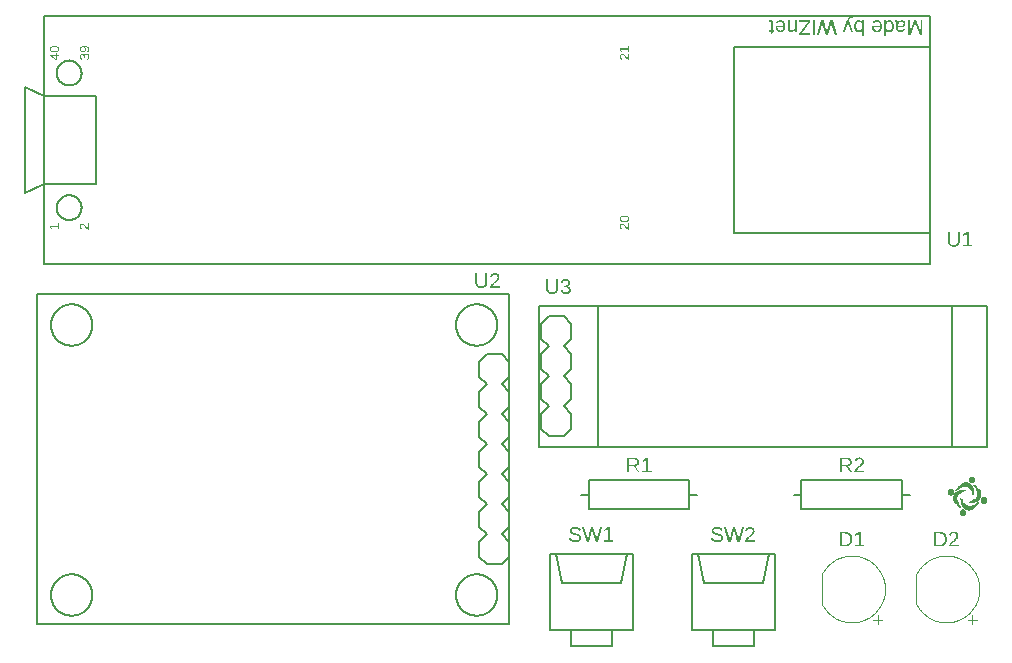
<source format=gbr>
G04 EAGLE Gerber RS-274X export*
G75*
%MOMM*%
%FSLAX34Y34*%
%LPD*%
%INSilkscreen Top*%
%IPPOS*%
%AMOC8*
5,1,8,0,0,1.08239X$1,22.5*%
G01*
G04 Define Apertures*
%ADD10C,0.152400*%
%ADD11C,0.127000*%
%ADD12R,0.140000X0.020000*%
%ADD13R,0.240000X0.020000*%
%ADD14R,0.320000X0.020000*%
%ADD15R,0.360000X0.020000*%
%ADD16R,0.400000X0.020000*%
%ADD17R,0.440000X0.020000*%
%ADD18R,0.480000X0.020000*%
%ADD19R,0.500000X0.020000*%
%ADD20R,0.520000X0.020000*%
%ADD21R,0.160000X0.020000*%
%ADD22R,0.380000X0.020000*%
%ADD23R,0.560000X0.020000*%
%ADD24R,0.640000X0.020000*%
%ADD25R,0.700000X0.020000*%
%ADD26R,0.760000X0.020000*%
%ADD27R,0.800000X0.020000*%
%ADD28R,0.860000X0.020000*%
%ADD29R,0.040000X0.020000*%
%ADD30R,0.900000X0.020000*%
%ADD31R,0.940000X0.020000*%
%ADD32R,0.060000X0.020000*%
%ADD33R,0.980000X0.020000*%
%ADD34R,0.080000X0.020000*%
%ADD35R,1.020000X0.020000*%
%ADD36R,0.100000X0.020000*%
%ADD37R,1.060000X0.020000*%
%ADD38R,1.100000X0.020000*%
%ADD39R,0.120000X0.020000*%
%ADD40R,1.120000X0.020000*%
%ADD41R,1.160000X0.020000*%
%ADD42R,0.460000X0.020000*%
%ADD43R,0.420000X0.020000*%
%ADD44R,0.180000X0.020000*%
%ADD45R,0.280000X0.020000*%
%ADD46R,0.340000X0.020000*%
%ADD47R,0.260000X0.020000*%
%ADD48R,0.200000X0.020000*%
%ADD49R,0.220000X0.020000*%
%ADD50R,0.300000X0.020000*%
%ADD51R,0.540000X0.020000*%
%ADD52R,0.020000X0.020000*%
%ADD53R,1.140000X0.020000*%
%ADD54R,1.040000X0.020000*%
%ADD55R,1.000000X0.020000*%
%ADD56R,0.960000X0.020000*%
%ADD57R,0.920000X0.020000*%
%ADD58R,0.820000X0.020000*%
%ADD59R,0.780000X0.020000*%
%ADD60R,0.720000X0.020000*%
%ADD61R,0.680000X0.020000*%
%ADD62R,0.600000X0.020000*%
%ADD63C,0.120000*%
G36*
X499394Y106240D02*
X500070Y108776D01*
X500456Y110475D01*
X500811Y108866D01*
X501069Y107839D01*
X503206Y100000D01*
X505203Y100000D01*
X508838Y112341D01*
X507095Y112341D01*
X505323Y105968D01*
X504634Y103420D01*
X504248Y101778D01*
X504169Y101471D01*
X503837Y102921D01*
X503399Y104660D01*
X501253Y112341D01*
X499650Y112341D01*
X497965Y106335D01*
X497475Y104548D01*
X497219Y103573D01*
X496733Y101471D01*
X496385Y103009D01*
X496006Y104502D01*
X493791Y112341D01*
X492048Y112341D01*
X495682Y100000D01*
X497679Y100000D01*
X499394Y106240D01*
G37*
G36*
X486633Y99840D02*
X487188Y99883D01*
X487710Y99957D01*
X488197Y100059D01*
X488650Y100191D01*
X489069Y100352D01*
X489454Y100542D01*
X489805Y100762D01*
X490118Y101008D01*
X490390Y101279D01*
X490619Y101573D01*
X490807Y101892D01*
X490953Y102235D01*
X491057Y102601D01*
X491120Y102992D01*
X491141Y103407D01*
X491129Y103733D01*
X491094Y104038D01*
X491035Y104320D01*
X490953Y104581D01*
X490849Y104822D01*
X490728Y105047D01*
X490589Y105256D01*
X490431Y105448D01*
X490258Y105625D01*
X490069Y105787D01*
X489866Y105936D01*
X489648Y106070D01*
X489180Y106307D01*
X488680Y106512D01*
X488151Y106687D01*
X487598Y106836D01*
X486464Y107103D01*
X485685Y107284D01*
X485047Y107450D01*
X484551Y107602D01*
X484195Y107738D01*
X483927Y107874D01*
X483693Y108025D01*
X483492Y108190D01*
X483324Y108369D01*
X483192Y108567D01*
X483097Y108790D01*
X483041Y109038D01*
X483022Y109310D01*
X483034Y109546D01*
X483070Y109766D01*
X483131Y109972D01*
X483217Y110162D01*
X483326Y110337D01*
X483460Y110498D01*
X483619Y110643D01*
X483801Y110773D01*
X484007Y110888D01*
X484235Y110988D01*
X484484Y111072D01*
X484756Y111141D01*
X485049Y111195D01*
X485365Y111233D01*
X485702Y111256D01*
X486061Y111263D01*
X486389Y111257D01*
X486699Y111236D01*
X486990Y111201D01*
X487263Y111153D01*
X487518Y111091D01*
X487754Y111015D01*
X487972Y110925D01*
X488172Y110821D01*
X488355Y110702D01*
X488522Y110566D01*
X488674Y110414D01*
X488811Y110244D01*
X488933Y110058D01*
X489039Y109855D01*
X489130Y109635D01*
X489205Y109398D01*
X490852Y109687D01*
X490730Y110060D01*
X490587Y110405D01*
X490423Y110722D01*
X490239Y111011D01*
X490033Y111271D01*
X489807Y111502D01*
X489560Y111706D01*
X489293Y111881D01*
X488999Y112032D01*
X488675Y112163D01*
X488319Y112273D01*
X487933Y112364D01*
X487516Y112434D01*
X487068Y112484D01*
X486588Y112515D01*
X486078Y112525D01*
X485530Y112511D01*
X485014Y112471D01*
X484531Y112404D01*
X484080Y112310D01*
X483663Y112189D01*
X483278Y112042D01*
X482925Y111868D01*
X482606Y111666D01*
X482321Y111440D01*
X482075Y111192D01*
X481866Y110920D01*
X481696Y110626D01*
X481563Y110309D01*
X481468Y109970D01*
X481412Y109608D01*
X481393Y109223D01*
X481407Y108887D01*
X481451Y108570D01*
X481523Y108274D01*
X481625Y107997D01*
X481754Y107738D01*
X481908Y107496D01*
X482089Y107272D01*
X482295Y107064D01*
X482534Y106869D01*
X482813Y106684D01*
X483131Y106508D01*
X483490Y106341D01*
X483913Y106179D01*
X484424Y106017D01*
X485023Y105855D01*
X485711Y105693D01*
X487243Y105334D01*
X487577Y105246D01*
X487887Y105148D01*
X488173Y105040D01*
X488434Y104922D01*
X488670Y104791D01*
X488878Y104644D01*
X489058Y104481D01*
X489210Y104300D01*
X489330Y104098D01*
X489417Y103867D01*
X489468Y103607D01*
X489486Y103319D01*
X489472Y103058D01*
X489430Y102813D01*
X489362Y102585D01*
X489265Y102372D01*
X489142Y102176D01*
X488990Y101997D01*
X488812Y101833D01*
X488605Y101686D01*
X488374Y101556D01*
X488119Y101443D01*
X487841Y101347D01*
X487540Y101269D01*
X487216Y101208D01*
X486869Y101165D01*
X486498Y101139D01*
X486105Y101130D01*
X485723Y101138D01*
X485362Y101162D01*
X485021Y101203D01*
X484701Y101260D01*
X484402Y101333D01*
X484123Y101423D01*
X483864Y101529D01*
X483626Y101651D01*
X483408Y101791D01*
X483210Y101949D01*
X483032Y102125D01*
X482873Y102320D01*
X482734Y102533D01*
X482614Y102765D01*
X482515Y103016D01*
X482435Y103284D01*
X480815Y102960D01*
X480919Y102581D01*
X481053Y102225D01*
X481217Y101895D01*
X481411Y101589D01*
X481634Y101307D01*
X481887Y101050D01*
X482169Y100817D01*
X482481Y100609D01*
X482822Y100425D01*
X483194Y100266D01*
X483595Y100131D01*
X484025Y100021D01*
X484485Y99935D01*
X484975Y99874D01*
X485494Y99837D01*
X486043Y99825D01*
X486633Y99840D01*
G37*
G36*
X518006Y101340D02*
X515002Y101340D01*
X515002Y112341D01*
X513548Y112341D01*
X510632Y110335D01*
X510632Y108846D01*
X513417Y110834D01*
X513417Y101340D01*
X510273Y101340D01*
X510273Y100000D01*
X518006Y100000D01*
X518006Y101340D01*
G37*
G36*
X619394Y106240D02*
X620070Y108776D01*
X620456Y110475D01*
X620811Y108866D01*
X621069Y107839D01*
X623206Y100000D01*
X625203Y100000D01*
X628838Y112341D01*
X627095Y112341D01*
X625323Y105968D01*
X624634Y103420D01*
X624248Y101778D01*
X624169Y101471D01*
X623837Y102921D01*
X623399Y104660D01*
X621253Y112341D01*
X619650Y112341D01*
X617965Y106335D01*
X617475Y104548D01*
X617219Y103573D01*
X616733Y101471D01*
X616385Y103009D01*
X616006Y104502D01*
X613791Y112341D01*
X612048Y112341D01*
X615682Y100000D01*
X617679Y100000D01*
X619394Y106240D01*
G37*
G36*
X606633Y99840D02*
X607188Y99883D01*
X607710Y99957D01*
X608197Y100059D01*
X608650Y100191D01*
X609069Y100352D01*
X609454Y100542D01*
X609805Y100762D01*
X610118Y101008D01*
X610390Y101279D01*
X610619Y101573D01*
X610807Y101892D01*
X610953Y102235D01*
X611057Y102601D01*
X611120Y102992D01*
X611141Y103407D01*
X611129Y103733D01*
X611094Y104038D01*
X611035Y104320D01*
X610953Y104581D01*
X610849Y104822D01*
X610728Y105047D01*
X610589Y105256D01*
X610431Y105448D01*
X610258Y105625D01*
X610069Y105787D01*
X609866Y105936D01*
X609648Y106070D01*
X609180Y106307D01*
X608680Y106512D01*
X608151Y106687D01*
X607598Y106836D01*
X606464Y107103D01*
X605685Y107284D01*
X605047Y107450D01*
X604551Y107602D01*
X604195Y107738D01*
X603927Y107874D01*
X603693Y108025D01*
X603492Y108190D01*
X603324Y108369D01*
X603192Y108567D01*
X603097Y108790D01*
X603041Y109038D01*
X603022Y109310D01*
X603034Y109546D01*
X603070Y109766D01*
X603131Y109972D01*
X603217Y110162D01*
X603326Y110337D01*
X603460Y110498D01*
X603619Y110643D01*
X603801Y110773D01*
X604007Y110888D01*
X604235Y110988D01*
X604484Y111072D01*
X604756Y111141D01*
X605049Y111195D01*
X605365Y111233D01*
X605702Y111256D01*
X606061Y111263D01*
X606389Y111257D01*
X606699Y111236D01*
X606990Y111201D01*
X607263Y111153D01*
X607518Y111091D01*
X607754Y111015D01*
X607972Y110925D01*
X608172Y110821D01*
X608355Y110702D01*
X608522Y110566D01*
X608674Y110414D01*
X608811Y110244D01*
X608933Y110058D01*
X609039Y109855D01*
X609130Y109635D01*
X609205Y109398D01*
X610852Y109687D01*
X610730Y110060D01*
X610587Y110405D01*
X610423Y110722D01*
X610239Y111011D01*
X610033Y111271D01*
X609807Y111502D01*
X609560Y111706D01*
X609293Y111881D01*
X608999Y112032D01*
X608675Y112163D01*
X608319Y112273D01*
X607933Y112364D01*
X607516Y112434D01*
X607068Y112484D01*
X606588Y112515D01*
X606078Y112525D01*
X605530Y112511D01*
X605014Y112471D01*
X604531Y112404D01*
X604080Y112310D01*
X603663Y112189D01*
X603278Y112042D01*
X602925Y111868D01*
X602606Y111666D01*
X602321Y111440D01*
X602075Y111192D01*
X601866Y110920D01*
X601696Y110626D01*
X601563Y110309D01*
X601468Y109970D01*
X601412Y109608D01*
X601393Y109223D01*
X601407Y108887D01*
X601451Y108570D01*
X601523Y108274D01*
X601625Y107997D01*
X601754Y107738D01*
X601908Y107496D01*
X602089Y107272D01*
X602295Y107064D01*
X602534Y106869D01*
X602813Y106684D01*
X603131Y106508D01*
X603490Y106341D01*
X603913Y106179D01*
X604424Y106017D01*
X605023Y105855D01*
X605711Y105693D01*
X607243Y105334D01*
X607577Y105246D01*
X607887Y105148D01*
X608173Y105040D01*
X608434Y104922D01*
X608670Y104791D01*
X608878Y104644D01*
X609058Y104481D01*
X609210Y104300D01*
X609330Y104098D01*
X609417Y103867D01*
X609468Y103607D01*
X609486Y103319D01*
X609472Y103058D01*
X609430Y102813D01*
X609362Y102585D01*
X609265Y102372D01*
X609142Y102176D01*
X608990Y101997D01*
X608812Y101833D01*
X608605Y101686D01*
X608374Y101556D01*
X608119Y101443D01*
X607841Y101347D01*
X607540Y101269D01*
X607216Y101208D01*
X606869Y101165D01*
X606498Y101139D01*
X606105Y101130D01*
X605723Y101138D01*
X605362Y101162D01*
X605021Y101203D01*
X604701Y101260D01*
X604402Y101333D01*
X604123Y101423D01*
X603864Y101529D01*
X603626Y101651D01*
X603408Y101791D01*
X603210Y101949D01*
X603032Y102125D01*
X602873Y102320D01*
X602734Y102533D01*
X602614Y102765D01*
X602515Y103016D01*
X602435Y103284D01*
X600815Y102960D01*
X600919Y102581D01*
X601053Y102225D01*
X601217Y101895D01*
X601411Y101589D01*
X601634Y101307D01*
X601887Y101050D01*
X602169Y100817D01*
X602481Y100609D01*
X602822Y100425D01*
X603194Y100266D01*
X603595Y100131D01*
X604025Y100021D01*
X604485Y99935D01*
X604975Y99874D01*
X605494Y99837D01*
X606043Y99825D01*
X606633Y99840D01*
G37*
G36*
X637980Y101340D02*
X631543Y101340D01*
X631695Y101650D01*
X631889Y101965D01*
X632124Y102287D01*
X632401Y102614D01*
X632724Y102955D01*
X633099Y103316D01*
X633526Y103697D01*
X634004Y104099D01*
X634845Y104795D01*
X635539Y105393D01*
X636084Y105894D01*
X636482Y106297D01*
X636786Y106652D01*
X637051Y107007D01*
X637275Y107362D01*
X637459Y107716D01*
X637603Y108072D01*
X637705Y108428D01*
X637767Y108785D01*
X637787Y109144D01*
X637772Y109537D01*
X637725Y109908D01*
X637646Y110255D01*
X637537Y110579D01*
X637396Y110880D01*
X637223Y111158D01*
X637020Y111413D01*
X636785Y111644D01*
X636520Y111851D01*
X636229Y112030D01*
X635911Y112181D01*
X635566Y112305D01*
X635194Y112401D01*
X634795Y112470D01*
X634369Y112511D01*
X633916Y112525D01*
X633501Y112511D01*
X633105Y112470D01*
X632729Y112402D01*
X632371Y112306D01*
X632033Y112183D01*
X631715Y112032D01*
X631415Y111854D01*
X631135Y111649D01*
X630879Y111420D01*
X630651Y111173D01*
X630452Y110907D01*
X630280Y110622D01*
X630137Y110318D01*
X630023Y109995D01*
X629936Y109653D01*
X629878Y109293D01*
X631490Y109144D01*
X631527Y109384D01*
X631581Y109611D01*
X631651Y109824D01*
X631739Y110023D01*
X631843Y110208D01*
X631964Y110380D01*
X632102Y110537D01*
X632256Y110681D01*
X632425Y110809D01*
X632605Y110921D01*
X632796Y111015D01*
X632998Y111092D01*
X633211Y111151D01*
X633435Y111194D01*
X633670Y111220D01*
X633916Y111228D01*
X634174Y111220D01*
X634417Y111193D01*
X634646Y111150D01*
X634860Y111088D01*
X635060Y111009D01*
X635245Y110913D01*
X635415Y110799D01*
X635572Y110668D01*
X635711Y110521D01*
X635832Y110359D01*
X635934Y110183D01*
X636018Y109993D01*
X636083Y109789D01*
X636130Y109571D01*
X636158Y109338D01*
X636167Y109091D01*
X636145Y108725D01*
X636081Y108378D01*
X635972Y108050D01*
X635821Y107743D01*
X635635Y107448D01*
X635422Y107160D01*
X635181Y106879D01*
X634915Y106604D01*
X634320Y106061D01*
X633658Y105518D01*
X632958Y104952D01*
X632252Y104340D01*
X631901Y104013D01*
X631559Y103668D01*
X631225Y103304D01*
X630899Y102921D01*
X630589Y102514D01*
X630304Y102077D01*
X630044Y101610D01*
X629808Y101112D01*
X629808Y100000D01*
X637980Y100000D01*
X637980Y101340D01*
G37*
G36*
X806790Y349834D02*
X807165Y349861D01*
X807526Y349906D01*
X807875Y349968D01*
X808211Y350049D01*
X808533Y350148D01*
X808843Y350264D01*
X809140Y350399D01*
X809421Y350550D01*
X809687Y350717D01*
X809936Y350901D01*
X810169Y351100D01*
X810385Y351316D01*
X810585Y351547D01*
X810768Y351795D01*
X810935Y352058D01*
X811084Y352336D01*
X811213Y352627D01*
X811322Y352931D01*
X811411Y353247D01*
X811481Y353577D01*
X811530Y353919D01*
X811560Y354274D01*
X811570Y354642D01*
X811570Y362341D01*
X809906Y362341D01*
X809906Y354738D01*
X809891Y354316D01*
X809848Y353919D01*
X809776Y353549D01*
X809675Y353205D01*
X809545Y352886D01*
X809386Y352594D01*
X809198Y352329D01*
X808982Y352089D01*
X808739Y351876D01*
X808474Y351692D01*
X808185Y351537D01*
X807873Y351409D01*
X807538Y351310D01*
X807180Y351239D01*
X806798Y351197D01*
X806394Y351182D01*
X806001Y351196D01*
X805631Y351237D01*
X805286Y351306D01*
X804964Y351401D01*
X804666Y351525D01*
X804392Y351675D01*
X804142Y351853D01*
X803915Y352058D01*
X803714Y352290D01*
X803540Y352547D01*
X803392Y352830D01*
X803271Y353138D01*
X803177Y353471D01*
X803110Y353830D01*
X803070Y354215D01*
X803057Y354625D01*
X803057Y362341D01*
X801384Y362341D01*
X801384Y354484D01*
X801394Y354127D01*
X801423Y353783D01*
X801471Y353451D01*
X801539Y353131D01*
X801627Y352824D01*
X801734Y352530D01*
X801860Y352248D01*
X802006Y351979D01*
X802169Y351724D01*
X802348Y351485D01*
X802544Y351261D01*
X802755Y351053D01*
X802981Y350861D01*
X803224Y350684D01*
X803483Y350522D01*
X803757Y350377D01*
X804046Y350247D01*
X804346Y350135D01*
X804659Y350040D01*
X804984Y349963D01*
X805320Y349902D01*
X805669Y349859D01*
X806030Y349833D01*
X806402Y349825D01*
X806790Y349834D01*
G37*
G36*
X822069Y351340D02*
X819065Y351340D01*
X819065Y362341D01*
X817611Y362341D01*
X814694Y360335D01*
X814694Y358846D01*
X817479Y360834D01*
X817479Y351340D01*
X814335Y351340D01*
X814335Y350000D01*
X822069Y350000D01*
X822069Y351340D01*
G37*
G36*
X406790Y314834D02*
X407165Y314861D01*
X407526Y314906D01*
X407875Y314968D01*
X408211Y315049D01*
X408533Y315148D01*
X408843Y315264D01*
X409140Y315399D01*
X409421Y315550D01*
X409687Y315717D01*
X409936Y315901D01*
X410169Y316100D01*
X410385Y316316D01*
X410585Y316547D01*
X410768Y316795D01*
X410935Y317058D01*
X411084Y317336D01*
X411213Y317627D01*
X411322Y317931D01*
X411411Y318247D01*
X411481Y318577D01*
X411530Y318919D01*
X411560Y319274D01*
X411570Y319642D01*
X411570Y327341D01*
X409906Y327341D01*
X409906Y319738D01*
X409891Y319316D01*
X409848Y318919D01*
X409776Y318549D01*
X409675Y318205D01*
X409545Y317886D01*
X409386Y317594D01*
X409198Y317329D01*
X408982Y317089D01*
X408739Y316876D01*
X408474Y316692D01*
X408185Y316537D01*
X407873Y316409D01*
X407538Y316310D01*
X407180Y316239D01*
X406798Y316197D01*
X406394Y316182D01*
X406001Y316196D01*
X405631Y316237D01*
X405286Y316306D01*
X404964Y316401D01*
X404666Y316525D01*
X404392Y316675D01*
X404142Y316853D01*
X403915Y317058D01*
X403714Y317290D01*
X403540Y317547D01*
X403392Y317830D01*
X403271Y318138D01*
X403177Y318471D01*
X403110Y318830D01*
X403070Y319215D01*
X403057Y319625D01*
X403057Y327341D01*
X401384Y327341D01*
X401384Y319484D01*
X401394Y319127D01*
X401423Y318783D01*
X401471Y318451D01*
X401539Y318131D01*
X401627Y317824D01*
X401734Y317530D01*
X401860Y317248D01*
X402006Y316979D01*
X402169Y316724D01*
X402348Y316485D01*
X402544Y316261D01*
X402755Y316053D01*
X402981Y315861D01*
X403224Y315684D01*
X403483Y315522D01*
X403757Y315377D01*
X404046Y315247D01*
X404346Y315135D01*
X404659Y315040D01*
X404984Y314963D01*
X405320Y314902D01*
X405669Y314859D01*
X406030Y314833D01*
X406402Y314825D01*
X406790Y314834D01*
G37*
G36*
X422043Y316340D02*
X415605Y316340D01*
X415757Y316650D01*
X415951Y316965D01*
X416186Y317287D01*
X416463Y317614D01*
X416787Y317955D01*
X417162Y318316D01*
X417588Y318697D01*
X418066Y319099D01*
X418908Y319795D01*
X419601Y320393D01*
X420147Y320894D01*
X420545Y321297D01*
X420849Y321652D01*
X421113Y322007D01*
X421337Y322362D01*
X421521Y322716D01*
X421665Y323072D01*
X421768Y323428D01*
X421829Y323785D01*
X421850Y324144D01*
X421834Y324537D01*
X421787Y324908D01*
X421709Y325255D01*
X421599Y325579D01*
X421458Y325880D01*
X421286Y326158D01*
X421082Y326413D01*
X420847Y326644D01*
X420583Y326851D01*
X420292Y327030D01*
X419974Y327181D01*
X419629Y327305D01*
X419256Y327401D01*
X418858Y327470D01*
X418432Y327511D01*
X417979Y327525D01*
X417563Y327511D01*
X417168Y327470D01*
X416791Y327402D01*
X416434Y327306D01*
X416096Y327183D01*
X415777Y327032D01*
X415478Y326854D01*
X415198Y326649D01*
X414942Y326420D01*
X414714Y326173D01*
X414514Y325907D01*
X414343Y325622D01*
X414200Y325318D01*
X414085Y324995D01*
X413999Y324653D01*
X413941Y324293D01*
X415553Y324144D01*
X415589Y324384D01*
X415643Y324611D01*
X415714Y324824D01*
X415801Y325023D01*
X415905Y325208D01*
X416026Y325380D01*
X416164Y325537D01*
X416319Y325681D01*
X416488Y325809D01*
X416667Y325921D01*
X416858Y326015D01*
X417060Y326092D01*
X417273Y326151D01*
X417497Y326194D01*
X417732Y326220D01*
X417979Y326228D01*
X418236Y326220D01*
X418480Y326193D01*
X418708Y326150D01*
X418922Y326088D01*
X419122Y326009D01*
X419307Y325913D01*
X419478Y325799D01*
X419634Y325668D01*
X419774Y325521D01*
X419895Y325359D01*
X419997Y325183D01*
X420081Y324993D01*
X420146Y324789D01*
X420192Y324571D01*
X420220Y324338D01*
X420230Y324091D01*
X420208Y323725D01*
X420143Y323378D01*
X420035Y323050D01*
X419884Y322743D01*
X419697Y322448D01*
X419484Y322160D01*
X419244Y321879D01*
X418977Y321604D01*
X418383Y321061D01*
X417720Y320518D01*
X417021Y319952D01*
X416315Y319340D01*
X415964Y319013D01*
X415621Y318668D01*
X415287Y318304D01*
X414961Y317921D01*
X414652Y317514D01*
X414367Y317077D01*
X414107Y316610D01*
X413871Y316112D01*
X413871Y315000D01*
X422043Y315000D01*
X422043Y316340D01*
G37*
G36*
X466790Y309834D02*
X467165Y309861D01*
X467526Y309906D01*
X467875Y309968D01*
X468211Y310049D01*
X468533Y310148D01*
X468843Y310264D01*
X469140Y310399D01*
X469421Y310550D01*
X469687Y310717D01*
X469936Y310901D01*
X470169Y311100D01*
X470385Y311316D01*
X470585Y311547D01*
X470768Y311795D01*
X470935Y312058D01*
X471084Y312336D01*
X471213Y312627D01*
X471322Y312931D01*
X471411Y313247D01*
X471481Y313577D01*
X471530Y313919D01*
X471560Y314274D01*
X471570Y314642D01*
X471570Y322341D01*
X469906Y322341D01*
X469906Y314738D01*
X469891Y314316D01*
X469848Y313919D01*
X469776Y313549D01*
X469675Y313205D01*
X469545Y312886D01*
X469386Y312594D01*
X469198Y312329D01*
X468982Y312089D01*
X468739Y311876D01*
X468474Y311692D01*
X468185Y311537D01*
X467873Y311409D01*
X467538Y311310D01*
X467180Y311239D01*
X466798Y311197D01*
X466394Y311182D01*
X466001Y311196D01*
X465631Y311237D01*
X465286Y311306D01*
X464964Y311401D01*
X464666Y311525D01*
X464392Y311675D01*
X464142Y311853D01*
X463915Y312058D01*
X463714Y312290D01*
X463540Y312547D01*
X463392Y312830D01*
X463271Y313138D01*
X463177Y313471D01*
X463110Y313830D01*
X463070Y314215D01*
X463057Y314625D01*
X463057Y322341D01*
X461384Y322341D01*
X461384Y314484D01*
X461394Y314127D01*
X461423Y313783D01*
X461471Y313451D01*
X461539Y313131D01*
X461627Y312824D01*
X461734Y312530D01*
X461860Y312248D01*
X462006Y311979D01*
X462169Y311724D01*
X462348Y311485D01*
X462544Y311261D01*
X462755Y311053D01*
X462981Y310861D01*
X463224Y310684D01*
X463483Y310522D01*
X463757Y310377D01*
X464046Y310247D01*
X464346Y310135D01*
X464659Y310040D01*
X464984Y309963D01*
X465320Y309902D01*
X465669Y309859D01*
X466030Y309833D01*
X466402Y309825D01*
X466790Y309834D01*
G37*
G36*
X478459Y309840D02*
X478919Y309883D01*
X479350Y309957D01*
X479752Y310059D01*
X480125Y310191D01*
X480469Y310352D01*
X480784Y310542D01*
X481070Y310762D01*
X481325Y311008D01*
X481546Y311279D01*
X481732Y311573D01*
X481885Y311892D01*
X482004Y312235D01*
X482089Y312601D01*
X482139Y312992D01*
X482156Y313407D01*
X482144Y313696D01*
X482108Y313973D01*
X482048Y314237D01*
X481964Y314489D01*
X481855Y314728D01*
X481723Y314954D01*
X481566Y315168D01*
X481386Y315369D01*
X481183Y315554D01*
X480962Y315719D01*
X480721Y315865D01*
X480462Y315991D01*
X480183Y316097D01*
X479885Y316184D01*
X479567Y316250D01*
X479231Y316297D01*
X479231Y316332D01*
X479537Y316406D01*
X479824Y316494D01*
X480093Y316597D01*
X480342Y316715D01*
X480573Y316847D01*
X480785Y316995D01*
X480979Y317158D01*
X481154Y317335D01*
X481309Y317527D01*
X481443Y317733D01*
X481557Y317953D01*
X481650Y318186D01*
X481722Y318433D01*
X481774Y318694D01*
X481805Y318969D01*
X481815Y319258D01*
X481799Y319633D01*
X481751Y319986D01*
X481670Y320318D01*
X481558Y320630D01*
X481413Y320920D01*
X481236Y321188D01*
X481027Y321436D01*
X480786Y321662D01*
X480516Y321864D01*
X480219Y322039D01*
X479898Y322188D01*
X479550Y322309D01*
X479176Y322403D01*
X478776Y322471D01*
X478351Y322511D01*
X477900Y322525D01*
X477485Y322511D01*
X477089Y322472D01*
X476712Y322405D01*
X476355Y322312D01*
X476017Y322193D01*
X475698Y322047D01*
X475399Y321874D01*
X475119Y321675D01*
X474863Y321452D01*
X474635Y321209D01*
X474435Y320944D01*
X474264Y320659D01*
X474121Y320353D01*
X474006Y320026D01*
X473920Y319679D01*
X473862Y319310D01*
X475447Y319188D01*
X475482Y319424D01*
X475534Y319646D01*
X475602Y319855D01*
X475687Y320050D01*
X475789Y320232D01*
X475908Y320400D01*
X476044Y320554D01*
X476196Y320694D01*
X476363Y320819D01*
X476543Y320928D01*
X476735Y321020D01*
X476940Y321095D01*
X477157Y321153D01*
X477386Y321195D01*
X477628Y321220D01*
X477882Y321228D01*
X478160Y321219D01*
X478421Y321193D01*
X478663Y321148D01*
X478888Y321085D01*
X479096Y321004D01*
X479286Y320906D01*
X479458Y320789D01*
X479612Y320655D01*
X479749Y320505D01*
X479867Y320342D01*
X479967Y320166D01*
X480049Y319977D01*
X480113Y319775D01*
X480158Y319560D01*
X480185Y319332D01*
X480195Y319091D01*
X480183Y318849D01*
X480150Y318619D01*
X480094Y318403D01*
X480016Y318201D01*
X479916Y318013D01*
X479793Y317838D01*
X479648Y317676D01*
X479481Y317528D01*
X479293Y317396D01*
X479087Y317281D01*
X478863Y317184D01*
X478621Y317104D01*
X478361Y317042D01*
X478082Y316998D01*
X477786Y316972D01*
X477471Y316963D01*
X476612Y316963D01*
X476612Y315597D01*
X477506Y315597D01*
X477861Y315588D01*
X478194Y315561D01*
X478506Y315517D01*
X478796Y315455D01*
X479065Y315376D01*
X479313Y315279D01*
X479539Y315164D01*
X479743Y315032D01*
X479925Y314884D01*
X480083Y314722D01*
X480216Y314546D01*
X480325Y314356D01*
X480410Y314153D01*
X480470Y313936D01*
X480507Y313705D01*
X480519Y313460D01*
X480508Y313179D01*
X480476Y312917D01*
X480423Y312673D01*
X480349Y312446D01*
X480253Y312237D01*
X480137Y312046D01*
X479999Y311872D01*
X479840Y311717D01*
X479662Y311579D01*
X479468Y311460D01*
X479259Y311359D01*
X479033Y311277D01*
X478791Y311212D01*
X478533Y311167D01*
X478260Y311139D01*
X477970Y311130D01*
X477681Y311138D01*
X477409Y311164D01*
X477152Y311207D01*
X476912Y311267D01*
X476687Y311344D01*
X476479Y311438D01*
X476287Y311549D01*
X476111Y311677D01*
X475951Y311823D01*
X475807Y311985D01*
X475679Y312165D01*
X475567Y312362D01*
X475472Y312575D01*
X475392Y312806D01*
X475328Y313054D01*
X475281Y313319D01*
X473652Y313171D01*
X473719Y312769D01*
X473814Y312394D01*
X473937Y312043D01*
X474089Y311718D01*
X474269Y311418D01*
X474477Y311143D01*
X474714Y310894D01*
X474979Y310670D01*
X475270Y310472D01*
X475585Y310300D01*
X475923Y310155D01*
X476285Y310036D01*
X476671Y309944D01*
X477080Y309878D01*
X477513Y309838D01*
X477970Y309825D01*
X478459Y309840D01*
G37*
G36*
X730279Y539397D02*
X730292Y540625D01*
X730308Y541051D01*
X730331Y541350D01*
X728807Y541350D01*
X728755Y540706D01*
X728720Y539879D01*
X728702Y539879D01*
X728462Y540282D01*
X728189Y540626D01*
X728040Y540776D01*
X727882Y540911D01*
X727716Y541031D01*
X727542Y541135D01*
X727358Y541227D01*
X727162Y541306D01*
X726955Y541373D01*
X726737Y541428D01*
X726508Y541470D01*
X726267Y541501D01*
X726014Y541519D01*
X725751Y541525D01*
X725329Y541506D01*
X724934Y541448D01*
X724566Y541351D01*
X724226Y541215D01*
X723912Y541041D01*
X723626Y540828D01*
X723368Y540576D01*
X723136Y540286D01*
X722932Y539957D01*
X722755Y539589D01*
X722605Y539182D01*
X722483Y538737D01*
X722387Y538253D01*
X722319Y537730D01*
X722278Y537168D01*
X722265Y536568D01*
X722278Y535974D01*
X722318Y535419D01*
X722384Y534903D01*
X722476Y534426D01*
X722595Y533988D01*
X722740Y533589D01*
X722912Y533228D01*
X723110Y532907D01*
X723336Y532624D01*
X723592Y532378D01*
X723878Y532170D01*
X724193Y532000D01*
X724538Y531868D01*
X724912Y531774D01*
X725317Y531717D01*
X725751Y531698D01*
X726012Y531704D01*
X726263Y531723D01*
X726503Y531754D01*
X726733Y531797D01*
X726951Y531852D01*
X727159Y531920D01*
X727356Y532000D01*
X727542Y532092D01*
X727718Y532199D01*
X727885Y532322D01*
X728044Y532461D01*
X728193Y532616D01*
X728334Y532787D01*
X728466Y532974D01*
X728702Y533397D01*
X728737Y533397D01*
X728711Y532677D01*
X728702Y532057D01*
X728702Y528352D01*
X730279Y528352D01*
X730279Y539397D01*
G37*
%LPC*%
G36*
X725868Y532929D02*
X725603Y532969D01*
X725359Y533036D01*
X725135Y533130D01*
X724932Y533251D01*
X724749Y533398D01*
X724587Y533573D01*
X724446Y533774D01*
X724322Y534006D01*
X724216Y534274D01*
X724125Y534577D01*
X724052Y534915D01*
X723994Y535288D01*
X723953Y535697D01*
X723928Y536141D01*
X723920Y536620D01*
X723928Y537098D01*
X723953Y537541D01*
X723995Y537950D01*
X724053Y538325D01*
X724127Y538665D01*
X724218Y538971D01*
X724326Y539243D01*
X724450Y539480D01*
X724593Y539686D01*
X724756Y539865D01*
X724940Y540016D01*
X725145Y540140D01*
X725371Y540237D01*
X725617Y540305D01*
X725884Y540347D01*
X726171Y540360D01*
X726494Y540346D01*
X726795Y540305D01*
X727071Y540235D01*
X727325Y540138D01*
X727555Y540013D01*
X727762Y539860D01*
X727946Y539680D01*
X728107Y539471D01*
X728246Y539234D01*
X728367Y538966D01*
X728470Y538667D01*
X728553Y538338D01*
X728619Y537979D01*
X728665Y537589D01*
X728693Y537168D01*
X728702Y536717D01*
X728693Y536239D01*
X728664Y535794D01*
X728617Y535382D01*
X728550Y535004D01*
X728465Y534660D01*
X728360Y534349D01*
X728236Y534071D01*
X728094Y533826D01*
X727930Y533613D01*
X727744Y533428D01*
X727535Y533271D01*
X727304Y533143D01*
X727050Y533044D01*
X726774Y532972D01*
X726475Y532930D01*
X726154Y532916D01*
X725868Y532929D01*
G37*
%LPD*%
G36*
X749203Y532285D02*
X749185Y533345D01*
X749203Y533345D01*
X749439Y532945D01*
X749711Y532602D01*
X749860Y532453D01*
X750018Y532318D01*
X750184Y532198D01*
X750359Y532092D01*
X750544Y532000D01*
X750741Y531920D01*
X750948Y531852D01*
X751167Y531797D01*
X751397Y531754D01*
X751638Y531723D01*
X751891Y531704D01*
X752155Y531698D01*
X752577Y531717D01*
X752972Y531776D01*
X753339Y531872D01*
X753680Y532008D01*
X753993Y532182D01*
X754279Y532395D01*
X754538Y532647D01*
X754769Y532937D01*
X754973Y533267D01*
X755150Y533635D01*
X755300Y534041D01*
X755423Y534487D01*
X755518Y534971D01*
X755586Y535494D01*
X755627Y536055D01*
X755641Y536655D01*
X755627Y537249D01*
X755588Y537804D01*
X755522Y538320D01*
X755429Y538797D01*
X755310Y539235D01*
X755165Y539634D01*
X754993Y539995D01*
X754795Y540317D01*
X754569Y540600D01*
X754313Y540845D01*
X754028Y541053D01*
X753713Y541223D01*
X753368Y541355D01*
X752993Y541450D01*
X752589Y541506D01*
X752155Y541525D01*
X751893Y541519D01*
X751642Y541501D01*
X751402Y541470D01*
X751173Y541427D01*
X750954Y541371D01*
X750746Y541304D01*
X750550Y541223D01*
X750364Y541131D01*
X750187Y541024D01*
X750020Y540902D01*
X749862Y540763D01*
X749712Y540608D01*
X749571Y540437D01*
X749440Y540249D01*
X749203Y539826D01*
X749168Y539826D01*
X749160Y540229D01*
X749137Y540702D01*
X749108Y541118D01*
X749080Y541350D01*
X747574Y541350D01*
X747597Y541051D01*
X747613Y540625D01*
X747626Y539397D01*
X747626Y528352D01*
X749203Y528352D01*
X749203Y532285D01*
G37*
%LPC*%
G36*
X751415Y532877D02*
X751118Y532918D01*
X750843Y532986D01*
X750591Y533082D01*
X750362Y533205D01*
X750154Y533356D01*
X749970Y533534D01*
X749807Y533739D01*
X749666Y533974D01*
X749543Y534240D01*
X749439Y534537D01*
X749354Y534867D01*
X749288Y535227D01*
X749241Y535619D01*
X749212Y536043D01*
X749203Y536498D01*
X749212Y536970D01*
X749241Y537410D01*
X749288Y537819D01*
X749354Y538195D01*
X749439Y538539D01*
X749543Y538851D01*
X749666Y539131D01*
X749807Y539379D01*
X749827Y539406D01*
X749970Y539597D01*
X750156Y539786D01*
X750364Y539945D01*
X750596Y540076D01*
X750850Y540177D01*
X751128Y540250D01*
X751428Y540293D01*
X751752Y540308D01*
X752037Y540294D01*
X752302Y540254D01*
X752546Y540187D01*
X752770Y540093D01*
X752973Y539972D01*
X753156Y539825D01*
X753318Y539651D01*
X753460Y539449D01*
X753583Y539217D01*
X753690Y538950D01*
X753780Y538647D01*
X753854Y538309D01*
X753911Y537935D01*
X753952Y537526D01*
X753977Y537082D01*
X753985Y536603D01*
X753977Y536125D01*
X753952Y535682D01*
X753911Y535273D01*
X753853Y534898D01*
X753778Y534558D01*
X753687Y534252D01*
X753579Y533980D01*
X753455Y533743D01*
X753312Y533537D01*
X753149Y533358D01*
X752965Y533207D01*
X752760Y533083D01*
X752535Y532987D01*
X752288Y532918D01*
X752022Y532877D01*
X751734Y532863D01*
X751415Y532877D01*
G37*
%LPD*%
G36*
X694227Y535382D02*
X694916Y537930D01*
X695302Y539572D01*
X695381Y539879D01*
X695713Y538429D01*
X696151Y536690D01*
X698297Y529009D01*
X699900Y529009D01*
X701585Y535015D01*
X702075Y536802D01*
X702331Y537777D01*
X702817Y539879D01*
X703165Y538341D01*
X703544Y536848D01*
X705760Y529009D01*
X707502Y529009D01*
X703868Y541350D01*
X701871Y541350D01*
X700156Y535110D01*
X699480Y532574D01*
X699094Y530875D01*
X698740Y532484D01*
X698481Y533511D01*
X696344Y541350D01*
X694347Y541350D01*
X690712Y529009D01*
X692455Y529009D01*
X694227Y535382D01*
G37*
G36*
X773198Y537566D02*
X773313Y537883D01*
X773501Y538464D01*
X773686Y539087D01*
X773794Y539528D01*
X774009Y538674D01*
X774174Y538102D01*
X774346Y537566D01*
X777630Y529009D01*
X779829Y529009D01*
X779829Y541350D01*
X778340Y541350D01*
X778340Y533117D01*
X778375Y531462D01*
X778401Y530489D01*
X778112Y531453D01*
X777621Y532942D01*
X774390Y541350D01*
X773216Y541350D01*
X770028Y532942D01*
X769852Y532457D01*
X769664Y531886D01*
X769257Y530489D01*
X769316Y531777D01*
X769336Y533117D01*
X769336Y541350D01*
X767829Y541350D01*
X767829Y529009D01*
X769975Y529009D01*
X773198Y537566D01*
G37*
G36*
X761792Y531708D02*
X762182Y531738D01*
X762548Y531788D01*
X762891Y531858D01*
X763210Y531948D01*
X763506Y532058D01*
X763779Y532188D01*
X764028Y532337D01*
X764254Y532507D01*
X764457Y532697D01*
X764636Y532907D01*
X764791Y533137D01*
X764924Y533386D01*
X765033Y533656D01*
X765118Y533946D01*
X765180Y534256D01*
X763534Y534405D01*
X763503Y534214D01*
X763461Y534037D01*
X763407Y533874D01*
X763341Y533724D01*
X763263Y533587D01*
X763172Y533464D01*
X763070Y533354D01*
X762955Y533257D01*
X762826Y533173D01*
X762678Y533100D01*
X762513Y533038D01*
X762329Y532988D01*
X762128Y532949D01*
X761908Y532920D01*
X761414Y532898D01*
X761160Y532906D01*
X760923Y532929D01*
X760705Y532968D01*
X760503Y533023D01*
X760319Y533093D01*
X760153Y533179D01*
X760004Y533280D01*
X759872Y533397D01*
X759757Y533532D01*
X759658Y533688D01*
X759574Y533864D01*
X759505Y534061D01*
X759451Y534278D01*
X759413Y534516D01*
X759390Y534774D01*
X759382Y535053D01*
X759382Y535569D01*
X761510Y535604D01*
X762030Y535629D01*
X762513Y535677D01*
X762959Y535747D01*
X763368Y535841D01*
X763740Y535958D01*
X764075Y536097D01*
X764372Y536260D01*
X764633Y536445D01*
X764860Y536653D01*
X765056Y536882D01*
X765222Y537133D01*
X765359Y537404D01*
X765464Y537697D01*
X765540Y538012D01*
X765585Y538348D01*
X765601Y538705D01*
X765589Y539025D01*
X765556Y539327D01*
X765500Y539611D01*
X765421Y539879D01*
X765320Y540128D01*
X765197Y540360D01*
X765051Y540575D01*
X764882Y540772D01*
X764692Y540949D01*
X764479Y541102D01*
X764244Y541231D01*
X763987Y541337D01*
X763707Y541419D01*
X763406Y541478D01*
X763082Y541513D01*
X762736Y541525D01*
X762455Y541518D01*
X762184Y541497D01*
X761925Y541462D01*
X761676Y541412D01*
X761437Y541349D01*
X761210Y541271D01*
X760993Y541180D01*
X760788Y541074D01*
X760590Y540951D01*
X760399Y540809D01*
X760214Y540647D01*
X760036Y540464D01*
X759863Y540262D01*
X759696Y540040D01*
X759382Y539537D01*
X759329Y539537D01*
X759282Y539995D01*
X759241Y540199D01*
X759190Y540388D01*
X759129Y540560D01*
X759056Y540715D01*
X758973Y540855D01*
X758878Y540978D01*
X758771Y541086D01*
X758649Y541179D01*
X758512Y541258D01*
X758361Y541323D01*
X758194Y541373D01*
X758012Y541409D01*
X757815Y541430D01*
X757604Y541438D01*
X757295Y541429D01*
X756989Y541403D01*
X756686Y541359D01*
X756387Y541297D01*
X756387Y540317D01*
X756660Y540363D01*
X756903Y540378D01*
X757141Y540356D01*
X757337Y540289D01*
X757491Y540178D01*
X757604Y540023D01*
X757684Y539824D01*
X757742Y539582D01*
X757776Y539296D01*
X757788Y538968D01*
X757788Y534886D01*
X757802Y534510D01*
X757844Y534157D01*
X757915Y533826D01*
X758013Y533519D01*
X758140Y533234D01*
X758295Y532972D01*
X758479Y532733D01*
X758690Y532517D01*
X758929Y532325D01*
X759196Y532159D01*
X759491Y532018D01*
X759813Y531903D01*
X760163Y531813D01*
X760541Y531749D01*
X760946Y531711D01*
X761379Y531698D01*
X761792Y531708D01*
G37*
%LPC*%
G36*
X759382Y537452D02*
X759406Y537813D01*
X759479Y538170D01*
X759601Y538521D01*
X759772Y538867D01*
X759984Y539192D01*
X760233Y539481D01*
X760516Y539733D01*
X760836Y539949D01*
X761185Y540121D01*
X761558Y540244D01*
X761956Y540318D01*
X762164Y540337D01*
X762377Y540343D01*
X762565Y540336D01*
X762741Y540317D01*
X762906Y540284D01*
X763059Y540238D01*
X763202Y540179D01*
X763334Y540106D01*
X763455Y540021D01*
X763564Y539922D01*
X763662Y539812D01*
X763746Y539690D01*
X763818Y539558D01*
X763876Y539414D01*
X763922Y539260D01*
X763954Y539095D01*
X763974Y538918D01*
X763980Y538731D01*
X763961Y538393D01*
X763904Y538090D01*
X763808Y537820D01*
X763674Y537584D01*
X763504Y537379D01*
X763300Y537203D01*
X763064Y537055D01*
X762793Y536936D01*
X762473Y536843D01*
X762085Y536774D01*
X761630Y536729D01*
X761107Y536708D01*
X759382Y536673D01*
X759382Y537452D01*
G37*
%LPD*%
G36*
X660232Y531718D02*
X660698Y531776D01*
X661135Y531874D01*
X661542Y532011D01*
X661920Y532187D01*
X662268Y532403D01*
X662587Y532657D01*
X662876Y532951D01*
X663134Y533281D01*
X663357Y533645D01*
X663546Y534044D01*
X663701Y534477D01*
X663821Y534944D01*
X663907Y535445D01*
X663958Y535981D01*
X663976Y536550D01*
X663958Y537149D01*
X663907Y537709D01*
X663821Y538232D01*
X663701Y538716D01*
X663546Y539162D01*
X663357Y539570D01*
X663134Y539941D01*
X662876Y540273D01*
X662586Y540566D01*
X662264Y540821D01*
X661911Y541036D01*
X661526Y541212D01*
X661111Y541349D01*
X660663Y541447D01*
X660185Y541506D01*
X659675Y541525D01*
X659307Y541516D01*
X658956Y541490D01*
X658621Y541446D01*
X658304Y541385D01*
X658003Y541306D01*
X657720Y541210D01*
X657453Y541096D01*
X657203Y540965D01*
X656970Y540816D01*
X656754Y540649D01*
X656555Y540465D01*
X656373Y540264D01*
X656207Y540045D01*
X656059Y539809D01*
X655927Y539555D01*
X655813Y539283D01*
X657196Y538889D01*
X657331Y539191D01*
X657515Y539465D01*
X657749Y539712D01*
X658033Y539931D01*
X658194Y540028D01*
X658367Y540111D01*
X658553Y540182D01*
X658752Y540240D01*
X658964Y540285D01*
X659188Y540317D01*
X659425Y540336D01*
X659675Y540343D01*
X659989Y540329D01*
X660284Y540288D01*
X660560Y540218D01*
X660816Y540122D01*
X661053Y539997D01*
X661270Y539845D01*
X661467Y539666D01*
X661646Y539458D01*
X661804Y539225D01*
X661941Y538969D01*
X662057Y538690D01*
X662152Y538387D01*
X662225Y538062D01*
X662278Y537712D01*
X662310Y537340D01*
X662320Y536944D01*
X655559Y536944D01*
X655559Y536734D01*
X655575Y536124D01*
X655624Y535554D01*
X655705Y535023D01*
X655820Y534531D01*
X655967Y534078D01*
X656146Y533665D01*
X656358Y533292D01*
X656603Y532957D01*
X656880Y532662D01*
X657191Y532406D01*
X657533Y532190D01*
X657909Y532013D01*
X658317Y531875D01*
X658757Y531777D01*
X659230Y531718D01*
X659736Y531698D01*
X660232Y531718D01*
G37*
%LPC*%
G36*
X659476Y532874D02*
X659206Y532906D01*
X658953Y532960D01*
X658718Y533035D01*
X658500Y533132D01*
X658299Y533250D01*
X658116Y533389D01*
X657950Y533551D01*
X657800Y533735D01*
X657666Y533945D01*
X657547Y534180D01*
X657444Y534441D01*
X657356Y534726D01*
X657285Y535038D01*
X657228Y535374D01*
X657188Y535736D01*
X662303Y535736D01*
X662280Y535410D01*
X662238Y535102D01*
X662176Y534811D01*
X662096Y534539D01*
X661996Y534285D01*
X661876Y534048D01*
X661738Y533830D01*
X661580Y533629D01*
X661405Y533450D01*
X661215Y533294D01*
X661010Y533162D01*
X660791Y533055D01*
X660556Y532971D01*
X660307Y532911D01*
X660042Y532875D01*
X659763Y532863D01*
X659476Y532874D01*
G37*
%LPD*%
G36*
X741919Y531718D02*
X742385Y531776D01*
X742822Y531874D01*
X743229Y532011D01*
X743607Y532187D01*
X743955Y532403D01*
X744274Y532657D01*
X744564Y532951D01*
X744821Y533281D01*
X745045Y533645D01*
X745234Y534044D01*
X745388Y534477D01*
X745508Y534944D01*
X745594Y535445D01*
X745646Y535981D01*
X745663Y536550D01*
X745646Y537149D01*
X745594Y537709D01*
X745508Y538232D01*
X745388Y538716D01*
X745234Y539162D01*
X745045Y539570D01*
X744821Y539941D01*
X744564Y540273D01*
X744273Y540566D01*
X743952Y540821D01*
X743598Y541036D01*
X743214Y541212D01*
X742798Y541349D01*
X742351Y541447D01*
X741872Y541506D01*
X741363Y541525D01*
X740994Y541516D01*
X740643Y541490D01*
X740309Y541446D01*
X739991Y541385D01*
X739691Y541306D01*
X739407Y541210D01*
X739140Y541096D01*
X738890Y540965D01*
X738658Y540816D01*
X738441Y540649D01*
X738242Y540465D01*
X738060Y540264D01*
X737895Y540045D01*
X737746Y539809D01*
X737615Y539555D01*
X737500Y539283D01*
X738884Y538889D01*
X739018Y539191D01*
X739203Y539465D01*
X739437Y539712D01*
X739720Y539931D01*
X739881Y540028D01*
X740055Y540111D01*
X740241Y540182D01*
X740440Y540240D01*
X740651Y540285D01*
X740876Y540317D01*
X741113Y540336D01*
X741363Y540343D01*
X741677Y540329D01*
X741972Y540288D01*
X742247Y540218D01*
X742503Y540122D01*
X742740Y539997D01*
X742957Y539845D01*
X743155Y539666D01*
X743333Y539458D01*
X743491Y539225D01*
X743628Y538969D01*
X743744Y538690D01*
X743839Y538387D01*
X743913Y538062D01*
X743966Y537712D01*
X743997Y537340D01*
X744008Y536944D01*
X737246Y536944D01*
X737246Y536734D01*
X737262Y536124D01*
X737311Y535554D01*
X737393Y535023D01*
X737507Y534531D01*
X737654Y534078D01*
X737834Y533665D01*
X738046Y533292D01*
X738291Y532957D01*
X738568Y532662D01*
X738878Y532406D01*
X739221Y532190D01*
X739596Y532013D01*
X740004Y531875D01*
X740445Y531777D01*
X740918Y531718D01*
X741424Y531698D01*
X741919Y531718D01*
G37*
%LPC*%
G36*
X741163Y532874D02*
X740893Y532906D01*
X740641Y532960D01*
X740406Y533035D01*
X740188Y533132D01*
X739987Y533250D01*
X739803Y533389D01*
X739637Y533551D01*
X739487Y533735D01*
X739353Y533945D01*
X739234Y534180D01*
X739131Y534441D01*
X739044Y534726D01*
X738972Y535038D01*
X738916Y535374D01*
X738875Y535736D01*
X743990Y535736D01*
X743967Y535410D01*
X743925Y535102D01*
X743864Y534811D01*
X743783Y534539D01*
X743683Y534285D01*
X743564Y534048D01*
X743425Y533830D01*
X743268Y533629D01*
X743093Y533450D01*
X742903Y533294D01*
X742698Y533162D01*
X742478Y533055D01*
X742244Y532971D01*
X741994Y532911D01*
X741730Y532875D01*
X741450Y532863D01*
X741163Y532874D01*
G37*
%LPD*%
G36*
X684466Y530376D02*
X677591Y530376D01*
X685106Y540098D01*
X685106Y541350D01*
X675279Y541350D01*
X675279Y539984D01*
X683205Y539984D01*
X675690Y530227D01*
X675690Y529009D01*
X684466Y529009D01*
X684466Y530376D01*
G37*
G36*
X716325Y537908D02*
X716938Y539633D01*
X717297Y538547D01*
X717691Y537404D01*
X717796Y537111D01*
X719793Y531873D01*
X721475Y531873D01*
X717718Y541306D01*
X717866Y541683D01*
X718091Y542190D01*
X718334Y542629D01*
X718596Y543001D01*
X718878Y543305D01*
X719179Y543542D01*
X719336Y543635D01*
X719499Y543711D01*
X719666Y543770D01*
X719838Y543812D01*
X720015Y543838D01*
X720196Y543846D01*
X720582Y543833D01*
X720932Y543794D01*
X720932Y544976D01*
X720700Y545018D01*
X720441Y545048D01*
X720157Y545066D01*
X719846Y545072D01*
X719466Y545050D01*
X719107Y544982D01*
X718768Y544868D01*
X718449Y544709D01*
X718147Y544504D01*
X717859Y544251D01*
X717584Y543952D01*
X717323Y543605D01*
X717065Y543187D01*
X716796Y542671D01*
X716517Y542059D01*
X716229Y541350D01*
X712585Y531873D01*
X714249Y531873D01*
X716325Y537908D01*
G37*
G36*
X669159Y531704D02*
X669408Y531724D01*
X669646Y531755D01*
X669873Y531800D01*
X670089Y531857D01*
X670294Y531927D01*
X670489Y532010D01*
X670673Y532105D01*
X670849Y532216D01*
X671019Y532345D01*
X671184Y532492D01*
X671344Y532656D01*
X671648Y533039D01*
X671930Y533494D01*
X671956Y533494D01*
X671987Y532552D01*
X672009Y532110D01*
X672026Y531873D01*
X673515Y531873D01*
X673492Y532138D01*
X673476Y532563D01*
X673463Y533897D01*
X673463Y541350D01*
X671886Y541350D01*
X671886Y535858D01*
X671876Y535522D01*
X671845Y535204D01*
X671794Y534906D01*
X671722Y534626D01*
X671629Y534365D01*
X671517Y534123D01*
X671383Y533899D01*
X671229Y533695D01*
X671057Y533512D01*
X670871Y533354D01*
X670669Y533220D01*
X670452Y533110D01*
X670220Y533025D01*
X669973Y532964D01*
X669711Y532928D01*
X669434Y532916D01*
X669067Y532930D01*
X668748Y532972D01*
X668476Y533044D01*
X668251Y533143D01*
X668063Y533275D01*
X667903Y533443D01*
X667770Y533647D01*
X667664Y533888D01*
X667584Y534172D01*
X667526Y534510D01*
X667492Y534899D01*
X667480Y535342D01*
X667480Y541350D01*
X665895Y541350D01*
X665895Y535035D01*
X665906Y534604D01*
X665940Y534205D01*
X665997Y533837D01*
X666076Y533501D01*
X666177Y533197D01*
X666302Y532924D01*
X666448Y532683D01*
X666618Y532473D01*
X666811Y532292D01*
X667031Y532134D01*
X667277Y532001D01*
X667549Y531892D01*
X667848Y531807D01*
X668172Y531747D01*
X668523Y531710D01*
X668899Y531698D01*
X669159Y531704D01*
G37*
G36*
X653341Y531873D02*
X654497Y531873D01*
X654497Y533021D01*
X653402Y533021D01*
X653402Y539344D01*
X653395Y539604D01*
X653373Y539847D01*
X653336Y540074D01*
X653284Y540283D01*
X653218Y540476D01*
X653136Y540652D01*
X653040Y540811D01*
X652929Y540954D01*
X652804Y541079D01*
X652663Y541188D01*
X652508Y541281D01*
X652338Y541356D01*
X652154Y541415D01*
X651954Y541457D01*
X651740Y541482D01*
X651511Y541490D01*
X651106Y541477D01*
X650705Y541438D01*
X650308Y541372D01*
X649917Y541280D01*
X649917Y540115D01*
X650442Y540207D01*
X650827Y540238D01*
X651083Y540220D01*
X651297Y540169D01*
X651470Y540083D01*
X651603Y539962D01*
X651700Y539798D01*
X651770Y539584D01*
X651812Y539319D01*
X651826Y539003D01*
X651826Y533021D01*
X650074Y533021D01*
X650074Y531873D01*
X651826Y531873D01*
X651826Y529754D01*
X652877Y529754D01*
X653341Y531873D01*
G37*
G36*
X688988Y541350D02*
X687316Y541350D01*
X687316Y529009D01*
X688988Y529009D01*
X688988Y541350D01*
G37*
G36*
X49064Y369618D02*
X48207Y369618D01*
X48207Y367698D01*
X41174Y367698D01*
X41174Y366768D01*
X42456Y364903D01*
X43408Y364903D01*
X42137Y366684D01*
X48207Y366684D01*
X48207Y364674D01*
X49064Y364674D01*
X49064Y369618D01*
G37*
G36*
X74464Y369602D02*
X73607Y369602D01*
X73607Y365486D01*
X73409Y365583D01*
X73208Y365707D01*
X73002Y365857D01*
X72792Y366034D01*
X72344Y366481D01*
X71843Y367059D01*
X71016Y368041D01*
X70696Y368390D01*
X70438Y368644D01*
X70211Y368838D01*
X69984Y369007D01*
X69757Y369151D01*
X69530Y369268D01*
X69303Y369360D01*
X69075Y369426D01*
X68847Y369465D01*
X68618Y369478D01*
X68366Y369468D01*
X68129Y369438D01*
X67907Y369388D01*
X67700Y369318D01*
X67508Y369228D01*
X67330Y369118D01*
X67167Y368987D01*
X67019Y368837D01*
X66887Y368668D01*
X66773Y368482D01*
X66676Y368279D01*
X66597Y368058D01*
X66535Y367820D01*
X66491Y367565D01*
X66465Y367293D01*
X66456Y367003D01*
X66465Y366738D01*
X66491Y366485D01*
X66535Y366244D01*
X66596Y366015D01*
X66675Y365799D01*
X66771Y365596D01*
X66885Y365404D01*
X67016Y365225D01*
X67162Y365061D01*
X67320Y364916D01*
X67490Y364788D01*
X67673Y364678D01*
X67867Y364587D01*
X68073Y364514D01*
X68292Y364459D01*
X68522Y364422D01*
X68618Y365452D01*
X68319Y365510D01*
X68056Y365611D01*
X67828Y365755D01*
X67635Y365942D01*
X67482Y366165D01*
X67372Y366416D01*
X67307Y366695D01*
X67285Y367003D01*
X67307Y367323D01*
X67374Y367607D01*
X67486Y367853D01*
X67643Y368062D01*
X67841Y368228D01*
X68074Y368347D01*
X68345Y368419D01*
X68651Y368442D01*
X68886Y368429D01*
X69108Y368387D01*
X69317Y368318D01*
X69514Y368221D01*
X69702Y368102D01*
X69886Y367966D01*
X70242Y367642D01*
X70589Y367261D01*
X70936Y366838D01*
X71298Y366391D01*
X71689Y365939D01*
X72119Y365496D01*
X72596Y365074D01*
X72857Y364876D01*
X73136Y364694D01*
X73435Y364527D01*
X73753Y364377D01*
X74464Y364377D01*
X74464Y369602D01*
G37*
G36*
X69404Y514423D02*
X69683Y514452D01*
X69947Y514502D01*
X70195Y514572D01*
X70430Y514662D01*
X70649Y514772D01*
X70853Y514901D01*
X71042Y515051D01*
X71213Y515217D01*
X71361Y515397D01*
X71486Y515590D01*
X71588Y515796D01*
X71668Y516015D01*
X71725Y516248D01*
X71759Y516494D01*
X71770Y516753D01*
X71751Y517072D01*
X71694Y517376D01*
X71599Y517668D01*
X71465Y517946D01*
X71300Y518198D01*
X71110Y518410D01*
X70896Y518581D01*
X70656Y518713D01*
X71019Y518701D01*
X71361Y518674D01*
X71681Y518633D01*
X71979Y518578D01*
X72256Y518508D01*
X72511Y518425D01*
X72745Y518327D01*
X72958Y518215D01*
X73147Y518090D01*
X73310Y517952D01*
X73449Y517803D01*
X73562Y517641D01*
X73651Y517467D01*
X73714Y517280D01*
X73751Y517082D01*
X73764Y516871D01*
X73749Y516625D01*
X73702Y516401D01*
X73625Y516201D01*
X73518Y516023D01*
X73379Y515867D01*
X73210Y515735D01*
X73009Y515625D01*
X72778Y515538D01*
X72930Y514575D01*
X73334Y514715D01*
X73678Y514895D01*
X73828Y515000D01*
X73962Y515114D01*
X74082Y515239D01*
X74187Y515373D01*
X74278Y515518D01*
X74357Y515675D01*
X74424Y515842D01*
X74479Y516022D01*
X74521Y516213D01*
X74552Y516415D01*
X74570Y516629D01*
X74576Y516854D01*
X74559Y517187D01*
X74508Y517501D01*
X74422Y517795D01*
X74303Y518069D01*
X74149Y518323D01*
X73962Y518558D01*
X73740Y518773D01*
X73484Y518968D01*
X73196Y519142D01*
X72879Y519293D01*
X72533Y519420D01*
X72157Y519525D01*
X71752Y519606D01*
X71317Y519664D01*
X70853Y519699D01*
X70359Y519710D01*
X69886Y519700D01*
X69443Y519668D01*
X69031Y519615D01*
X68650Y519541D01*
X68299Y519445D01*
X67979Y519329D01*
X67689Y519191D01*
X67430Y519033D01*
X67202Y518853D01*
X67004Y518654D01*
X66837Y518435D01*
X66700Y518195D01*
X66593Y517936D01*
X66517Y517657D01*
X66471Y517358D01*
X66456Y517039D01*
X66467Y516738D01*
X66500Y516454D01*
X66556Y516187D01*
X66633Y515937D01*
X66733Y515704D01*
X66855Y515488D01*
X66998Y515289D01*
X67164Y515107D01*
X67350Y514944D01*
X67552Y514803D01*
X67770Y514684D01*
X68005Y514586D01*
X68257Y514510D01*
X68525Y514456D01*
X68809Y514423D01*
X69110Y514413D01*
X69404Y514423D01*
G37*
%LPC*%
G36*
X68905Y515444D02*
X68710Y515464D01*
X68525Y515496D01*
X68352Y515542D01*
X68190Y515601D01*
X68039Y515674D01*
X67899Y515759D01*
X67769Y515857D01*
X67653Y515967D01*
X67552Y516087D01*
X67467Y516216D01*
X67398Y516354D01*
X67343Y516503D01*
X67305Y516661D01*
X67281Y516828D01*
X67274Y517005D01*
X67283Y517184D01*
X67310Y517354D01*
X67355Y517514D01*
X67419Y517665D01*
X67500Y517806D01*
X67600Y517939D01*
X67717Y518062D01*
X67853Y518176D01*
X68004Y518278D01*
X68166Y518367D01*
X68340Y518442D01*
X68526Y518503D01*
X68723Y518551D01*
X68932Y518585D01*
X69153Y518606D01*
X69385Y518613D01*
X69611Y518599D01*
X69824Y518559D01*
X70025Y518491D01*
X70214Y518397D01*
X70385Y518279D01*
X70536Y518141D01*
X70667Y517984D01*
X70776Y517806D01*
X70863Y517615D01*
X70926Y517416D01*
X70963Y517209D01*
X70975Y516994D01*
X70967Y516820D01*
X70944Y516654D01*
X70905Y516498D01*
X70850Y516352D01*
X70779Y516214D01*
X70693Y516086D01*
X70592Y515967D01*
X70474Y515857D01*
X70343Y515759D01*
X70201Y515674D01*
X70047Y515601D01*
X69883Y515542D01*
X69706Y515496D01*
X69519Y515464D01*
X69320Y515444D01*
X69110Y515437D01*
X68905Y515444D01*
G37*
%LPD*%
G36*
X72693Y507979D02*
X72934Y508040D01*
X73158Y508119D01*
X73366Y508216D01*
X73557Y508331D01*
X73733Y508464D01*
X73892Y508616D01*
X74036Y508785D01*
X74162Y508971D01*
X74272Y509172D01*
X74365Y509389D01*
X74441Y509620D01*
X74500Y509867D01*
X74542Y510129D01*
X74568Y510406D01*
X74576Y510698D01*
X74567Y511010D01*
X74539Y511304D01*
X74492Y511580D01*
X74426Y511837D01*
X74342Y512076D01*
X74239Y512296D01*
X74117Y512497D01*
X73977Y512680D01*
X73819Y512843D01*
X73646Y512984D01*
X73458Y513103D01*
X73254Y513201D01*
X73035Y513277D01*
X72801Y513331D01*
X72551Y513364D01*
X72286Y513374D01*
X72101Y513367D01*
X71924Y513344D01*
X71755Y513305D01*
X71594Y513251D01*
X71441Y513182D01*
X71297Y513097D01*
X71160Y512997D01*
X71031Y512882D01*
X70913Y512752D01*
X70807Y512611D01*
X70714Y512457D01*
X70634Y512291D01*
X70566Y512112D01*
X70510Y511922D01*
X70468Y511719D01*
X70438Y511504D01*
X70415Y511504D01*
X70312Y511883D01*
X70171Y512214D01*
X69992Y512498D01*
X69774Y512733D01*
X69520Y512918D01*
X69379Y512991D01*
X69230Y513050D01*
X69072Y513097D01*
X68905Y513130D01*
X68729Y513149D01*
X68545Y513156D01*
X68305Y513146D01*
X68079Y513115D01*
X67867Y513063D01*
X67668Y512991D01*
X67482Y512899D01*
X67311Y512786D01*
X67152Y512652D01*
X67008Y512498D01*
X66878Y512325D01*
X66766Y512136D01*
X66672Y511930D01*
X66594Y511708D01*
X66534Y511469D01*
X66491Y511213D01*
X66465Y510941D01*
X66456Y510653D01*
X66465Y510387D01*
X66490Y510134D01*
X66532Y509894D01*
X66592Y509665D01*
X66668Y509449D01*
X66762Y509245D01*
X66872Y509054D01*
X66999Y508875D01*
X67142Y508711D01*
X67297Y508565D01*
X67467Y508438D01*
X67649Y508328D01*
X67845Y508237D01*
X68053Y508163D01*
X68276Y508108D01*
X68511Y508071D01*
X68590Y509085D01*
X68296Y509140D01*
X68038Y509238D01*
X67815Y509379D01*
X67626Y509564D01*
X67477Y509785D01*
X67370Y510039D01*
X67306Y510324D01*
X67285Y510642D01*
X67308Y510986D01*
X67377Y511285D01*
X67491Y511539D01*
X67652Y511748D01*
X67852Y511911D01*
X68085Y512027D01*
X68351Y512097D01*
X68651Y512120D01*
X68807Y512113D01*
X68953Y512091D01*
X69091Y512056D01*
X69220Y512006D01*
X69341Y511942D01*
X69453Y511863D01*
X69651Y511664D01*
X69809Y511412D01*
X69922Y511114D01*
X69989Y510770D01*
X70012Y510378D01*
X70012Y509830D01*
X70886Y509830D01*
X70886Y510401D01*
X70908Y510841D01*
X70976Y511226D01*
X71027Y511398D01*
X71089Y511556D01*
X71162Y511701D01*
X71247Y511832D01*
X71342Y511948D01*
X71445Y512048D01*
X71558Y512134D01*
X71679Y512203D01*
X71809Y512257D01*
X71948Y512296D01*
X72095Y512319D01*
X72252Y512327D01*
X72431Y512320D01*
X72599Y512300D01*
X72755Y512266D01*
X72900Y512219D01*
X73034Y512158D01*
X73156Y512083D01*
X73267Y511995D01*
X73366Y511893D01*
X73531Y511656D01*
X73648Y511377D01*
X73718Y511058D01*
X73742Y510698D01*
X73720Y510339D01*
X73654Y510021D01*
X73545Y509744D01*
X73392Y509509D01*
X73195Y509315D01*
X72954Y509161D01*
X72670Y509049D01*
X72342Y508978D01*
X72437Y507937D01*
X72693Y507979D01*
G37*
G36*
X45598Y514334D02*
X46051Y514366D01*
X46473Y514419D01*
X46866Y514494D01*
X47229Y514590D01*
X47563Y514707D01*
X47866Y514846D01*
X48140Y515006D01*
X48383Y515188D01*
X48593Y515390D01*
X48771Y515614D01*
X48917Y515859D01*
X49030Y516125D01*
X49111Y516412D01*
X49160Y516721D01*
X49176Y517050D01*
X49160Y517380D01*
X49111Y517689D01*
X49030Y517977D01*
X48916Y518245D01*
X48769Y518492D01*
X48590Y518718D01*
X48379Y518924D01*
X48134Y519108D01*
X47859Y519272D01*
X47555Y519413D01*
X47222Y519533D01*
X46859Y519631D01*
X46467Y519707D01*
X46046Y519762D01*
X45596Y519794D01*
X45116Y519805D01*
X44629Y519795D01*
X44172Y519764D01*
X43747Y519712D01*
X43352Y519639D01*
X42988Y519546D01*
X42655Y519432D01*
X42352Y519297D01*
X42081Y519142D01*
X41841Y518964D01*
X41633Y518764D01*
X41456Y518541D01*
X41312Y518295D01*
X41200Y518027D01*
X41120Y517735D01*
X41072Y517421D01*
X41056Y517084D01*
X41072Y516737D01*
X41119Y516415D01*
X41199Y516117D01*
X41309Y515843D01*
X41452Y515593D01*
X41626Y515367D01*
X41832Y515165D01*
X42070Y514987D01*
X42339Y514831D01*
X42640Y514696D01*
X42973Y514582D01*
X43338Y514489D01*
X43735Y514416D01*
X44163Y514364D01*
X44624Y514333D01*
X45116Y514323D01*
X45598Y514334D01*
G37*
%LPC*%
G36*
X44699Y515349D02*
X44312Y515368D01*
X43955Y515399D01*
X43629Y515444D01*
X43334Y515501D01*
X43069Y515571D01*
X42834Y515653D01*
X42630Y515748D01*
X42452Y515858D01*
X42299Y515984D01*
X42169Y516126D01*
X42063Y516285D01*
X41980Y516460D01*
X41921Y516652D01*
X41885Y516860D01*
X41874Y517084D01*
X41886Y517303D01*
X41922Y517505D01*
X41982Y517692D01*
X42065Y517863D01*
X42173Y518018D01*
X42305Y518156D01*
X42461Y518279D01*
X42641Y518386D01*
X42847Y518478D01*
X43083Y518559D01*
X43349Y518626D01*
X43643Y518682D01*
X43967Y518725D01*
X44321Y518756D01*
X44704Y518774D01*
X45116Y518781D01*
X45514Y518774D01*
X45886Y518755D01*
X46231Y518722D01*
X46550Y518677D01*
X46842Y518619D01*
X47107Y518547D01*
X47346Y518463D01*
X47558Y518366D01*
X47744Y518255D01*
X47906Y518129D01*
X48042Y517988D01*
X48154Y517833D01*
X48241Y517662D01*
X48303Y517477D01*
X48340Y517277D01*
X48353Y517061D01*
X48341Y516845D01*
X48304Y516644D01*
X48243Y516458D01*
X48158Y516286D01*
X48049Y516131D01*
X47915Y515990D01*
X47757Y515864D01*
X47574Y515754D01*
X47366Y515657D01*
X47129Y515574D01*
X46864Y515503D01*
X46571Y515445D01*
X46249Y515400D01*
X45900Y515368D01*
X45522Y515349D01*
X45116Y515342D01*
X44699Y515349D01*
G37*
%LPD*%
G36*
X47278Y511482D02*
X49064Y511482D01*
X49064Y512434D01*
X47278Y512434D01*
X47278Y513542D01*
X46482Y513542D01*
X46482Y512434D01*
X41174Y512434D01*
X41174Y511375D01*
X46494Y507763D01*
X47278Y507763D01*
X47278Y511482D01*
G37*
%LPC*%
G36*
X46370Y508782D02*
X45956Y509085D01*
X42977Y511106D01*
X42607Y511325D01*
X42310Y511482D01*
X46482Y511482D01*
X46482Y508693D01*
X46370Y508782D01*
G37*
%LPD*%
G36*
X531664Y513302D02*
X530807Y513302D01*
X530807Y509186D01*
X530609Y509283D01*
X530408Y509407D01*
X530202Y509557D01*
X529992Y509734D01*
X529544Y510181D01*
X529043Y510759D01*
X528216Y511741D01*
X527896Y512090D01*
X527638Y512344D01*
X527411Y512538D01*
X527184Y512707D01*
X526957Y512851D01*
X526730Y512968D01*
X526503Y513060D01*
X526275Y513126D01*
X526047Y513165D01*
X525818Y513178D01*
X525566Y513168D01*
X525329Y513138D01*
X525107Y513088D01*
X524900Y513018D01*
X524708Y512928D01*
X524530Y512818D01*
X524367Y512687D01*
X524219Y512537D01*
X524087Y512368D01*
X523973Y512182D01*
X523876Y511979D01*
X523797Y511758D01*
X523735Y511520D01*
X523691Y511265D01*
X523665Y510993D01*
X523656Y510703D01*
X523665Y510438D01*
X523691Y510185D01*
X523735Y509944D01*
X523796Y509715D01*
X523875Y509499D01*
X523971Y509296D01*
X524085Y509104D01*
X524216Y508925D01*
X524362Y508761D01*
X524520Y508616D01*
X524690Y508488D01*
X524873Y508378D01*
X525067Y508287D01*
X525273Y508214D01*
X525492Y508159D01*
X525722Y508122D01*
X525818Y509152D01*
X525519Y509210D01*
X525256Y509311D01*
X525028Y509455D01*
X524835Y509642D01*
X524682Y509865D01*
X524572Y510116D01*
X524507Y510395D01*
X524485Y510703D01*
X524507Y511023D01*
X524574Y511307D01*
X524686Y511553D01*
X524843Y511762D01*
X525041Y511928D01*
X525274Y512047D01*
X525545Y512119D01*
X525851Y512142D01*
X526086Y512129D01*
X526308Y512087D01*
X526517Y512018D01*
X526714Y511921D01*
X526902Y511802D01*
X527086Y511666D01*
X527442Y511342D01*
X527789Y510961D01*
X528136Y510538D01*
X528498Y510091D01*
X528889Y509639D01*
X529319Y509196D01*
X529796Y508774D01*
X530057Y508576D01*
X530336Y508394D01*
X530635Y508227D01*
X530953Y508077D01*
X531664Y508077D01*
X531664Y513302D01*
G37*
G36*
X531664Y519693D02*
X530807Y519693D01*
X530807Y517773D01*
X523774Y517773D01*
X523774Y516843D01*
X525056Y514978D01*
X526008Y514978D01*
X524737Y516759D01*
X530807Y516759D01*
X530807Y514749D01*
X531664Y514749D01*
X531664Y519693D01*
G37*
G36*
X528198Y370634D02*
X528651Y370666D01*
X529073Y370719D01*
X529466Y370794D01*
X529829Y370890D01*
X530163Y371007D01*
X530466Y371146D01*
X530740Y371306D01*
X530983Y371488D01*
X531193Y371690D01*
X531371Y371914D01*
X531517Y372159D01*
X531630Y372425D01*
X531711Y372712D01*
X531760Y373021D01*
X531776Y373350D01*
X531760Y373680D01*
X531711Y373989D01*
X531630Y374277D01*
X531516Y374545D01*
X531369Y374792D01*
X531190Y375018D01*
X530979Y375224D01*
X530734Y375408D01*
X530459Y375572D01*
X530155Y375713D01*
X529822Y375833D01*
X529459Y375931D01*
X529067Y376007D01*
X528646Y376062D01*
X528196Y376094D01*
X527716Y376105D01*
X527229Y376095D01*
X526772Y376064D01*
X526347Y376012D01*
X525952Y375939D01*
X525588Y375846D01*
X525255Y375732D01*
X524952Y375597D01*
X524681Y375442D01*
X524441Y375264D01*
X524233Y375064D01*
X524056Y374841D01*
X523912Y374595D01*
X523800Y374327D01*
X523720Y374035D01*
X523672Y373721D01*
X523656Y373384D01*
X523672Y373037D01*
X523719Y372715D01*
X523799Y372417D01*
X523909Y372143D01*
X524052Y371893D01*
X524226Y371667D01*
X524432Y371465D01*
X524670Y371287D01*
X524939Y371131D01*
X525240Y370996D01*
X525573Y370882D01*
X525938Y370789D01*
X526335Y370716D01*
X526763Y370664D01*
X527224Y370633D01*
X527716Y370623D01*
X528198Y370634D01*
G37*
%LPC*%
G36*
X527299Y371649D02*
X526912Y371668D01*
X526555Y371699D01*
X526229Y371744D01*
X525934Y371801D01*
X525669Y371871D01*
X525434Y371953D01*
X525230Y372048D01*
X525052Y372158D01*
X524899Y372284D01*
X524769Y372426D01*
X524663Y372585D01*
X524580Y372760D01*
X524521Y372952D01*
X524485Y373160D01*
X524474Y373384D01*
X524486Y373603D01*
X524522Y373805D01*
X524582Y373992D01*
X524665Y374163D01*
X524773Y374318D01*
X524905Y374456D01*
X525061Y374579D01*
X525241Y374686D01*
X525447Y374778D01*
X525683Y374859D01*
X525949Y374926D01*
X526243Y374982D01*
X526567Y375025D01*
X526921Y375056D01*
X527304Y375074D01*
X527716Y375081D01*
X528114Y375074D01*
X528486Y375055D01*
X528831Y375022D01*
X529150Y374977D01*
X529442Y374919D01*
X529707Y374847D01*
X529946Y374763D01*
X530158Y374666D01*
X530344Y374555D01*
X530506Y374429D01*
X530642Y374288D01*
X530754Y374133D01*
X530841Y373962D01*
X530903Y373777D01*
X530940Y373577D01*
X530953Y373361D01*
X530941Y373145D01*
X530904Y372944D01*
X530843Y372758D01*
X530758Y372586D01*
X530649Y372431D01*
X530515Y372290D01*
X530357Y372164D01*
X530174Y372054D01*
X529966Y371957D01*
X529729Y371874D01*
X529464Y371803D01*
X529171Y371745D01*
X528849Y371700D01*
X528500Y371668D01*
X528122Y371649D01*
X527716Y371642D01*
X527299Y371649D01*
G37*
%LPD*%
G36*
X531664Y369602D02*
X530807Y369602D01*
X530807Y365486D01*
X530609Y365583D01*
X530408Y365707D01*
X530202Y365857D01*
X529992Y366034D01*
X529544Y366481D01*
X529043Y367059D01*
X528216Y368041D01*
X527896Y368390D01*
X527638Y368644D01*
X527411Y368838D01*
X527184Y369007D01*
X526957Y369151D01*
X526730Y369268D01*
X526503Y369360D01*
X526275Y369426D01*
X526047Y369465D01*
X525818Y369478D01*
X525566Y369468D01*
X525329Y369438D01*
X525107Y369388D01*
X524900Y369318D01*
X524708Y369228D01*
X524530Y369118D01*
X524367Y368987D01*
X524219Y368837D01*
X524087Y368668D01*
X523973Y368482D01*
X523876Y368279D01*
X523797Y368058D01*
X523735Y367820D01*
X523691Y367565D01*
X523665Y367293D01*
X523656Y367003D01*
X523665Y366738D01*
X523691Y366485D01*
X523735Y366244D01*
X523796Y366015D01*
X523875Y365799D01*
X523971Y365596D01*
X524085Y365404D01*
X524216Y365225D01*
X524362Y365061D01*
X524520Y364916D01*
X524690Y364788D01*
X524873Y364678D01*
X525067Y364587D01*
X525273Y364514D01*
X525492Y364459D01*
X525722Y364422D01*
X525818Y365452D01*
X525519Y365510D01*
X525256Y365611D01*
X525028Y365755D01*
X524835Y365942D01*
X524682Y366165D01*
X524572Y366416D01*
X524507Y366695D01*
X524485Y367003D01*
X524507Y367323D01*
X524574Y367607D01*
X524686Y367853D01*
X524843Y368062D01*
X525041Y368228D01*
X525274Y368347D01*
X525545Y368419D01*
X525851Y368442D01*
X526086Y368429D01*
X526308Y368387D01*
X526517Y368318D01*
X526714Y368221D01*
X526902Y368102D01*
X527086Y367966D01*
X527442Y367642D01*
X527789Y367261D01*
X528136Y366838D01*
X528498Y366391D01*
X528889Y365939D01*
X529319Y365496D01*
X529796Y365074D01*
X530057Y364876D01*
X530336Y364694D01*
X530635Y364527D01*
X530953Y364377D01*
X531664Y364377D01*
X531664Y369602D01*
G37*
G36*
X531676Y163974D02*
X535521Y163974D01*
X538726Y158850D01*
X540653Y158850D01*
X538641Y161903D01*
X537150Y164166D01*
X537493Y164239D01*
X537817Y164332D01*
X538122Y164448D01*
X538408Y164585D01*
X538564Y164677D01*
X538675Y164743D01*
X538922Y164924D01*
X539151Y165125D01*
X539361Y165349D01*
X539549Y165590D01*
X539712Y165845D01*
X539850Y166113D01*
X539962Y166395D01*
X540050Y166691D01*
X540113Y167001D01*
X540150Y167324D01*
X540163Y167661D01*
X540145Y168066D01*
X540092Y168447D01*
X540003Y168806D01*
X539879Y169142D01*
X539720Y169456D01*
X539525Y169746D01*
X539294Y170013D01*
X539028Y170258D01*
X538730Y170477D01*
X538402Y170666D01*
X538044Y170826D01*
X537657Y170958D01*
X537239Y171060D01*
X536792Y171132D01*
X536316Y171176D01*
X535810Y171191D01*
X530003Y171191D01*
X530003Y158850D01*
X531676Y158850D01*
X531676Y163974D01*
G37*
%LPC*%
G36*
X531676Y165296D02*
X531676Y169851D01*
X535643Y169851D01*
X535977Y169842D01*
X536290Y169815D01*
X536584Y169771D01*
X536857Y169710D01*
X537111Y169630D01*
X537344Y169533D01*
X537557Y169418D01*
X537750Y169286D01*
X537921Y169137D01*
X538070Y168971D01*
X538195Y168790D01*
X538298Y168593D01*
X538378Y168380D01*
X538435Y168150D01*
X538470Y167905D01*
X538481Y167644D01*
X538470Y167373D01*
X538436Y167118D01*
X538379Y166879D01*
X538300Y166655D01*
X538199Y166446D01*
X538075Y166253D01*
X537928Y166076D01*
X537758Y165914D01*
X537568Y165769D01*
X537360Y165644D01*
X537132Y165537D01*
X536886Y165451D01*
X536621Y165383D01*
X536337Y165335D01*
X536035Y165306D01*
X535713Y165296D01*
X531676Y165296D01*
G37*
%LPD*%
G36*
X550600Y160190D02*
X547596Y160190D01*
X547596Y171191D01*
X546142Y171191D01*
X543225Y169185D01*
X543225Y167696D01*
X546011Y169684D01*
X546011Y160190D01*
X542866Y160190D01*
X542866Y158850D01*
X550600Y158850D01*
X550600Y160190D01*
G37*
G36*
X711676Y163974D02*
X715521Y163974D01*
X718726Y158850D01*
X720653Y158850D01*
X718641Y161903D01*
X717150Y164166D01*
X717493Y164239D01*
X717817Y164332D01*
X718122Y164448D01*
X718408Y164585D01*
X718564Y164677D01*
X718675Y164743D01*
X718922Y164924D01*
X719151Y165125D01*
X719361Y165349D01*
X719549Y165590D01*
X719712Y165845D01*
X719850Y166113D01*
X719962Y166395D01*
X720050Y166691D01*
X720113Y167001D01*
X720150Y167324D01*
X720163Y167661D01*
X720145Y168066D01*
X720092Y168447D01*
X720003Y168806D01*
X719879Y169142D01*
X719720Y169456D01*
X719525Y169746D01*
X719294Y170013D01*
X719028Y170258D01*
X718730Y170477D01*
X718402Y170666D01*
X718044Y170826D01*
X717657Y170958D01*
X717239Y171060D01*
X716792Y171132D01*
X716316Y171176D01*
X715810Y171191D01*
X710003Y171191D01*
X710003Y158850D01*
X711676Y158850D01*
X711676Y163974D01*
G37*
%LPC*%
G36*
X711676Y165296D02*
X711676Y169851D01*
X715643Y169851D01*
X715977Y169842D01*
X716290Y169815D01*
X716584Y169771D01*
X716857Y169710D01*
X717111Y169630D01*
X717344Y169533D01*
X717557Y169418D01*
X717750Y169286D01*
X717921Y169137D01*
X718070Y168971D01*
X718195Y168790D01*
X718298Y168593D01*
X718378Y168380D01*
X718435Y168150D01*
X718470Y167905D01*
X718481Y167644D01*
X718470Y167373D01*
X718436Y167118D01*
X718379Y166879D01*
X718300Y166655D01*
X718199Y166446D01*
X718075Y166253D01*
X717928Y166076D01*
X717758Y165914D01*
X717568Y165769D01*
X717360Y165644D01*
X717132Y165537D01*
X716886Y165451D01*
X716621Y165383D01*
X716337Y165335D01*
X716035Y165306D01*
X715713Y165296D01*
X711676Y165296D01*
G37*
%LPD*%
G36*
X730574Y160190D02*
X724136Y160190D01*
X724289Y160500D01*
X724482Y160815D01*
X724718Y161137D01*
X724995Y161464D01*
X725318Y161805D01*
X725693Y162166D01*
X726120Y162547D01*
X726597Y162949D01*
X727439Y163645D01*
X728132Y164243D01*
X728678Y164744D01*
X729076Y165147D01*
X729380Y165502D01*
X729644Y165857D01*
X729869Y166212D01*
X730053Y166566D01*
X730196Y166922D01*
X730299Y167278D01*
X730361Y167635D01*
X730381Y167994D01*
X730365Y168387D01*
X730318Y168758D01*
X730240Y169105D01*
X730130Y169429D01*
X729989Y169730D01*
X729817Y170008D01*
X729613Y170263D01*
X729378Y170494D01*
X729114Y170701D01*
X728823Y170880D01*
X728505Y171031D01*
X728160Y171155D01*
X727788Y171251D01*
X727389Y171320D01*
X726963Y171361D01*
X726510Y171375D01*
X726095Y171361D01*
X725699Y171320D01*
X725322Y171252D01*
X724965Y171156D01*
X724627Y171033D01*
X724308Y170882D01*
X724009Y170704D01*
X723729Y170499D01*
X723473Y170270D01*
X723245Y170023D01*
X723045Y169757D01*
X722874Y169472D01*
X722731Y169168D01*
X722616Y168845D01*
X722530Y168503D01*
X722472Y168143D01*
X724084Y167994D01*
X724121Y168234D01*
X724174Y168461D01*
X724245Y168674D01*
X724332Y168873D01*
X724437Y169058D01*
X724558Y169230D01*
X724695Y169387D01*
X724850Y169531D01*
X725019Y169659D01*
X725199Y169771D01*
X725389Y169865D01*
X725591Y169942D01*
X725804Y170001D01*
X726028Y170044D01*
X726264Y170070D01*
X726510Y170078D01*
X726768Y170070D01*
X727011Y170043D01*
X727239Y170000D01*
X727454Y169938D01*
X727653Y169859D01*
X727838Y169763D01*
X728009Y169649D01*
X728165Y169518D01*
X728305Y169371D01*
X728426Y169209D01*
X728528Y169033D01*
X728612Y168843D01*
X728677Y168639D01*
X728724Y168421D01*
X728752Y168188D01*
X728761Y167941D01*
X728739Y167575D01*
X728674Y167228D01*
X728566Y166900D01*
X728415Y166593D01*
X728228Y166298D01*
X728015Y166010D01*
X727775Y165729D01*
X727508Y165454D01*
X726914Y164911D01*
X726252Y164368D01*
X725552Y163802D01*
X724846Y163190D01*
X724495Y162863D01*
X724153Y162518D01*
X723819Y162154D01*
X723493Y161771D01*
X723183Y161364D01*
X722898Y160927D01*
X722638Y160460D01*
X722402Y159962D01*
X722402Y158850D01*
X730574Y158850D01*
X730574Y160190D01*
G37*
G36*
X715059Y96058D02*
X715486Y96094D01*
X715899Y96153D01*
X716300Y96236D01*
X716688Y96344D01*
X717062Y96475D01*
X717423Y96629D01*
X717772Y96808D01*
X718103Y97009D01*
X718416Y97231D01*
X718709Y97474D01*
X718982Y97737D01*
X719237Y98022D01*
X719471Y98328D01*
X719686Y98654D01*
X719882Y99002D01*
X720057Y99367D01*
X720208Y99748D01*
X720336Y100143D01*
X720441Y100553D01*
X720522Y100978D01*
X720580Y101419D01*
X720615Y101874D01*
X720627Y102343D01*
X720620Y102701D01*
X720600Y103047D01*
X720567Y103384D01*
X720520Y103710D01*
X720460Y104026D01*
X720387Y104331D01*
X720301Y104626D01*
X720201Y104911D01*
X720088Y105185D01*
X719961Y105449D01*
X719822Y105702D01*
X719669Y105946D01*
X719502Y106178D01*
X719323Y106401D01*
X719130Y106613D01*
X718923Y106815D01*
X718705Y107005D01*
X718475Y107183D01*
X718234Y107349D01*
X717982Y107502D01*
X717719Y107644D01*
X717444Y107773D01*
X717159Y107889D01*
X716862Y107994D01*
X716554Y108086D01*
X716234Y108166D01*
X715904Y108233D01*
X715562Y108289D01*
X715210Y108332D01*
X714846Y108362D01*
X714471Y108381D01*
X714084Y108387D01*
X710003Y108387D01*
X710003Y96046D01*
X714618Y96046D01*
X715059Y96058D01*
G37*
%LPC*%
G36*
X711676Y97386D02*
X711676Y107047D01*
X714049Y107047D01*
X714627Y107028D01*
X715170Y106971D01*
X715678Y106877D01*
X716150Y106746D01*
X716587Y106576D01*
X716990Y106369D01*
X717357Y106125D01*
X717688Y105842D01*
X717983Y105524D01*
X718238Y105172D01*
X718454Y104786D01*
X718631Y104366D01*
X718768Y103911D01*
X718867Y103423D01*
X718926Y102900D01*
X718945Y102343D01*
X718937Y101969D01*
X718911Y101607D01*
X718868Y101257D01*
X718807Y100920D01*
X718730Y100596D01*
X718635Y100284D01*
X718523Y99985D01*
X718393Y99698D01*
X718248Y99426D01*
X718088Y99171D01*
X717912Y98931D01*
X717722Y98709D01*
X717517Y98502D01*
X717297Y98312D01*
X717062Y98139D01*
X716812Y97982D01*
X716550Y97842D01*
X716277Y97721D01*
X715994Y97619D01*
X715701Y97535D01*
X715398Y97470D01*
X715084Y97423D01*
X714760Y97395D01*
X714426Y97386D01*
X711676Y97386D01*
G37*
%LPD*%
G36*
X730600Y97386D02*
X727596Y97386D01*
X727596Y108387D01*
X726142Y108387D01*
X723225Y106381D01*
X723225Y104892D01*
X726011Y106880D01*
X726011Y97386D01*
X722866Y97386D01*
X722866Y96046D01*
X730600Y96046D01*
X730600Y97386D01*
G37*
G36*
X795059Y96058D02*
X795486Y96094D01*
X795899Y96153D01*
X796300Y96236D01*
X796688Y96344D01*
X797062Y96475D01*
X797423Y96629D01*
X797772Y96808D01*
X798103Y97009D01*
X798416Y97231D01*
X798709Y97474D01*
X798982Y97737D01*
X799237Y98022D01*
X799471Y98328D01*
X799686Y98654D01*
X799882Y99002D01*
X800057Y99367D01*
X800208Y99748D01*
X800336Y100143D01*
X800441Y100553D01*
X800522Y100978D01*
X800580Y101419D01*
X800615Y101874D01*
X800627Y102343D01*
X800620Y102701D01*
X800600Y103047D01*
X800567Y103384D01*
X800520Y103710D01*
X800460Y104026D01*
X800387Y104331D01*
X800301Y104626D01*
X800201Y104911D01*
X800088Y105185D01*
X799961Y105449D01*
X799822Y105702D01*
X799669Y105946D01*
X799502Y106178D01*
X799323Y106401D01*
X799130Y106613D01*
X798923Y106815D01*
X798705Y107005D01*
X798475Y107183D01*
X798234Y107349D01*
X797982Y107502D01*
X797719Y107644D01*
X797444Y107773D01*
X797159Y107889D01*
X796862Y107994D01*
X796554Y108086D01*
X796234Y108166D01*
X795904Y108233D01*
X795562Y108289D01*
X795210Y108332D01*
X794846Y108362D01*
X794471Y108381D01*
X794084Y108387D01*
X790003Y108387D01*
X790003Y96046D01*
X794618Y96046D01*
X795059Y96058D01*
G37*
%LPC*%
G36*
X791676Y97386D02*
X791676Y107047D01*
X794049Y107047D01*
X794627Y107028D01*
X795170Y106971D01*
X795678Y106877D01*
X796150Y106746D01*
X796587Y106576D01*
X796990Y106369D01*
X797357Y106125D01*
X797688Y105842D01*
X797983Y105524D01*
X798238Y105172D01*
X798454Y104786D01*
X798631Y104366D01*
X798768Y103911D01*
X798867Y103423D01*
X798926Y102900D01*
X798945Y102343D01*
X798937Y101969D01*
X798911Y101607D01*
X798868Y101257D01*
X798807Y100920D01*
X798730Y100596D01*
X798635Y100284D01*
X798523Y99985D01*
X798393Y99698D01*
X798248Y99426D01*
X798088Y99171D01*
X797912Y98931D01*
X797722Y98709D01*
X797517Y98502D01*
X797297Y98312D01*
X797062Y98139D01*
X796812Y97982D01*
X796550Y97842D01*
X796277Y97721D01*
X795994Y97619D01*
X795701Y97535D01*
X795398Y97470D01*
X795084Y97423D01*
X794760Y97395D01*
X794426Y97386D01*
X791676Y97386D01*
G37*
%LPD*%
G36*
X810574Y97386D02*
X804136Y97386D01*
X804289Y97696D01*
X804482Y98011D01*
X804718Y98333D01*
X804995Y98660D01*
X805318Y99001D01*
X805693Y99362D01*
X806120Y99743D01*
X806597Y100145D01*
X807439Y100841D01*
X808132Y101439D01*
X808678Y101940D01*
X809076Y102343D01*
X809380Y102698D01*
X809644Y103053D01*
X809869Y103408D01*
X810053Y103762D01*
X810196Y104118D01*
X810299Y104474D01*
X810361Y104831D01*
X810381Y105190D01*
X810365Y105583D01*
X810318Y105954D01*
X810240Y106301D01*
X810130Y106625D01*
X809989Y106926D01*
X809817Y107204D01*
X809613Y107459D01*
X809378Y107690D01*
X809114Y107897D01*
X808823Y108076D01*
X808505Y108227D01*
X808160Y108351D01*
X807788Y108447D01*
X807389Y108516D01*
X806963Y108557D01*
X806510Y108571D01*
X806095Y108557D01*
X805699Y108516D01*
X805322Y108448D01*
X804965Y108352D01*
X804627Y108229D01*
X804308Y108078D01*
X804009Y107900D01*
X803729Y107695D01*
X803473Y107466D01*
X803245Y107219D01*
X803045Y106953D01*
X802874Y106668D01*
X802731Y106364D01*
X802616Y106041D01*
X802530Y105699D01*
X802472Y105339D01*
X804084Y105190D01*
X804121Y105430D01*
X804174Y105657D01*
X804245Y105870D01*
X804332Y106069D01*
X804437Y106254D01*
X804558Y106426D01*
X804695Y106583D01*
X804850Y106727D01*
X805019Y106855D01*
X805199Y106967D01*
X805389Y107061D01*
X805591Y107138D01*
X805804Y107197D01*
X806028Y107240D01*
X806264Y107266D01*
X806510Y107274D01*
X806768Y107266D01*
X807011Y107239D01*
X807239Y107196D01*
X807454Y107134D01*
X807653Y107055D01*
X807838Y106959D01*
X808009Y106845D01*
X808165Y106714D01*
X808305Y106567D01*
X808426Y106405D01*
X808528Y106229D01*
X808612Y106039D01*
X808677Y105835D01*
X808724Y105617D01*
X808752Y105384D01*
X808761Y105137D01*
X808739Y104771D01*
X808674Y104424D01*
X808566Y104096D01*
X808415Y103789D01*
X808228Y103494D01*
X808015Y103206D01*
X807775Y102925D01*
X807508Y102650D01*
X806914Y102107D01*
X806252Y101564D01*
X805552Y100998D01*
X804846Y100386D01*
X804495Y100059D01*
X804153Y99714D01*
X803819Y99350D01*
X803493Y98967D01*
X803183Y98560D01*
X802898Y98123D01*
X802638Y97656D01*
X802402Y97158D01*
X802402Y96046D01*
X810574Y96046D01*
X810574Y97386D01*
G37*
D10*
X465000Y90000D02*
X470000Y90000D01*
X530000Y90000D01*
X535000Y90000D01*
X482500Y25000D02*
X465000Y25000D01*
X482500Y25000D02*
X517500Y25000D01*
X535000Y25000D01*
X535000Y90000D01*
X465000Y90000D02*
X465000Y25000D01*
X482500Y11500D02*
X517500Y11500D01*
X517500Y25000D01*
X482500Y25000D02*
X482500Y11500D01*
X475000Y65000D02*
X470000Y90000D01*
X475000Y65000D02*
X525000Y65000D01*
X530000Y90000D01*
X585000Y90000D02*
X590000Y90000D01*
X650000Y90000D01*
X655000Y90000D01*
X602500Y25000D02*
X585000Y25000D01*
X602500Y25000D02*
X637500Y25000D01*
X655000Y25000D01*
X655000Y90000D01*
X585000Y90000D02*
X585000Y25000D01*
X602500Y11500D02*
X637500Y11500D01*
X637500Y25000D01*
X602500Y25000D02*
X602500Y11500D01*
X595000Y65000D02*
X590000Y90000D01*
X595000Y65000D02*
X645000Y65000D01*
X650000Y90000D01*
D11*
X36300Y477500D02*
X36300Y545000D01*
X36300Y477500D02*
X36300Y402500D01*
X36300Y335000D01*
X786300Y335000D01*
X786300Y545000D02*
X36300Y545000D01*
X36300Y477500D02*
X80000Y477500D01*
X80000Y402500D02*
X36300Y402500D01*
X80000Y402500D02*
X80000Y477500D01*
X36300Y477500D02*
X20000Y485000D01*
X36300Y402500D02*
X20000Y395000D01*
X20000Y485000D01*
X786300Y518750D02*
X786300Y545000D01*
X786300Y518750D02*
X786300Y361250D01*
X786300Y335000D01*
X786300Y518750D02*
X620000Y518750D01*
X620000Y361250D02*
X786300Y361250D01*
X620000Y361250D02*
X620000Y518750D01*
X47000Y497000D02*
X47003Y497258D01*
X47013Y497515D01*
X47028Y497772D01*
X47051Y498029D01*
X47079Y498285D01*
X47114Y498541D01*
X47155Y498795D01*
X47202Y499048D01*
X47255Y499301D01*
X47315Y499551D01*
X47380Y499800D01*
X47452Y500048D01*
X47530Y500294D01*
X47614Y500537D01*
X47704Y500779D01*
X47799Y501018D01*
X47901Y501255D01*
X48008Y501489D01*
X48121Y501721D01*
X48240Y501950D01*
X48364Y502175D01*
X48494Y502398D01*
X48629Y502617D01*
X48770Y502833D01*
X48915Y503046D01*
X49066Y503255D01*
X49222Y503460D01*
X49383Y503661D01*
X49549Y503858D01*
X49720Y504051D01*
X49895Y504240D01*
X50075Y504425D01*
X50260Y504605D01*
X50449Y504780D01*
X50642Y504951D01*
X50839Y505117D01*
X51040Y505278D01*
X51245Y505434D01*
X51454Y505585D01*
X51667Y505730D01*
X51883Y505871D01*
X52102Y506006D01*
X52325Y506136D01*
X52550Y506260D01*
X52779Y506379D01*
X53011Y506492D01*
X53245Y506599D01*
X53482Y506701D01*
X53721Y506796D01*
X53963Y506886D01*
X54206Y506970D01*
X54452Y507048D01*
X54700Y507120D01*
X54949Y507185D01*
X55199Y507245D01*
X55452Y507298D01*
X55705Y507345D01*
X55959Y507386D01*
X56215Y507421D01*
X56471Y507449D01*
X56728Y507472D01*
X56985Y507487D01*
X57242Y507497D01*
X57500Y507500D01*
X57758Y507497D01*
X58015Y507487D01*
X58272Y507472D01*
X58529Y507449D01*
X58785Y507421D01*
X59041Y507386D01*
X59295Y507345D01*
X59548Y507298D01*
X59801Y507245D01*
X60051Y507185D01*
X60300Y507120D01*
X60548Y507048D01*
X60794Y506970D01*
X61037Y506886D01*
X61279Y506796D01*
X61518Y506701D01*
X61755Y506599D01*
X61989Y506492D01*
X62221Y506379D01*
X62450Y506260D01*
X62675Y506136D01*
X62898Y506006D01*
X63117Y505871D01*
X63333Y505730D01*
X63546Y505585D01*
X63755Y505434D01*
X63960Y505278D01*
X64161Y505117D01*
X64358Y504951D01*
X64551Y504780D01*
X64740Y504605D01*
X64925Y504425D01*
X65105Y504240D01*
X65280Y504051D01*
X65451Y503858D01*
X65617Y503661D01*
X65778Y503460D01*
X65934Y503255D01*
X66085Y503046D01*
X66230Y502833D01*
X66371Y502617D01*
X66506Y502398D01*
X66636Y502175D01*
X66760Y501950D01*
X66879Y501721D01*
X66992Y501489D01*
X67099Y501255D01*
X67201Y501018D01*
X67296Y500779D01*
X67386Y500537D01*
X67470Y500294D01*
X67548Y500048D01*
X67620Y499800D01*
X67685Y499551D01*
X67745Y499301D01*
X67798Y499048D01*
X67845Y498795D01*
X67886Y498541D01*
X67921Y498285D01*
X67949Y498029D01*
X67972Y497772D01*
X67987Y497515D01*
X67997Y497258D01*
X68000Y497000D01*
X67997Y496742D01*
X67987Y496485D01*
X67972Y496228D01*
X67949Y495971D01*
X67921Y495715D01*
X67886Y495459D01*
X67845Y495205D01*
X67798Y494952D01*
X67745Y494699D01*
X67685Y494449D01*
X67620Y494200D01*
X67548Y493952D01*
X67470Y493706D01*
X67386Y493463D01*
X67296Y493221D01*
X67201Y492982D01*
X67099Y492745D01*
X66992Y492511D01*
X66879Y492279D01*
X66760Y492050D01*
X66636Y491825D01*
X66506Y491602D01*
X66371Y491383D01*
X66230Y491167D01*
X66085Y490954D01*
X65934Y490745D01*
X65778Y490540D01*
X65617Y490339D01*
X65451Y490142D01*
X65280Y489949D01*
X65105Y489760D01*
X64925Y489575D01*
X64740Y489395D01*
X64551Y489220D01*
X64358Y489049D01*
X64161Y488883D01*
X63960Y488722D01*
X63755Y488566D01*
X63546Y488415D01*
X63333Y488270D01*
X63117Y488129D01*
X62898Y487994D01*
X62675Y487864D01*
X62450Y487740D01*
X62221Y487621D01*
X61989Y487508D01*
X61755Y487401D01*
X61518Y487299D01*
X61279Y487204D01*
X61037Y487114D01*
X60794Y487030D01*
X60548Y486952D01*
X60300Y486880D01*
X60051Y486815D01*
X59801Y486755D01*
X59548Y486702D01*
X59295Y486655D01*
X59041Y486614D01*
X58785Y486579D01*
X58529Y486551D01*
X58272Y486528D01*
X58015Y486513D01*
X57758Y486503D01*
X57500Y486500D01*
X57242Y486503D01*
X56985Y486513D01*
X56728Y486528D01*
X56471Y486551D01*
X56215Y486579D01*
X55959Y486614D01*
X55705Y486655D01*
X55452Y486702D01*
X55199Y486755D01*
X54949Y486815D01*
X54700Y486880D01*
X54452Y486952D01*
X54206Y487030D01*
X53963Y487114D01*
X53721Y487204D01*
X53482Y487299D01*
X53245Y487401D01*
X53011Y487508D01*
X52779Y487621D01*
X52550Y487740D01*
X52325Y487864D01*
X52102Y487994D01*
X51883Y488129D01*
X51667Y488270D01*
X51454Y488415D01*
X51245Y488566D01*
X51040Y488722D01*
X50839Y488883D01*
X50642Y489049D01*
X50449Y489220D01*
X50260Y489395D01*
X50075Y489575D01*
X49895Y489760D01*
X49720Y489949D01*
X49549Y490142D01*
X49383Y490339D01*
X49222Y490540D01*
X49066Y490745D01*
X48915Y490954D01*
X48770Y491167D01*
X48629Y491383D01*
X48494Y491602D01*
X48364Y491825D01*
X48240Y492050D01*
X48121Y492279D01*
X48008Y492511D01*
X47901Y492745D01*
X47799Y492982D01*
X47704Y493221D01*
X47614Y493463D01*
X47530Y493706D01*
X47452Y493952D01*
X47380Y494200D01*
X47315Y494449D01*
X47255Y494699D01*
X47202Y494952D01*
X47155Y495205D01*
X47114Y495459D01*
X47079Y495715D01*
X47051Y495971D01*
X47028Y496228D01*
X47013Y496485D01*
X47003Y496742D01*
X47000Y497000D01*
X47000Y383000D02*
X47003Y383258D01*
X47013Y383515D01*
X47028Y383772D01*
X47051Y384029D01*
X47079Y384285D01*
X47114Y384541D01*
X47155Y384795D01*
X47202Y385048D01*
X47255Y385301D01*
X47315Y385551D01*
X47380Y385800D01*
X47452Y386048D01*
X47530Y386294D01*
X47614Y386537D01*
X47704Y386779D01*
X47799Y387018D01*
X47901Y387255D01*
X48008Y387489D01*
X48121Y387721D01*
X48240Y387950D01*
X48364Y388175D01*
X48494Y388398D01*
X48629Y388617D01*
X48770Y388833D01*
X48915Y389046D01*
X49066Y389255D01*
X49222Y389460D01*
X49383Y389661D01*
X49549Y389858D01*
X49720Y390051D01*
X49895Y390240D01*
X50075Y390425D01*
X50260Y390605D01*
X50449Y390780D01*
X50642Y390951D01*
X50839Y391117D01*
X51040Y391278D01*
X51245Y391434D01*
X51454Y391585D01*
X51667Y391730D01*
X51883Y391871D01*
X52102Y392006D01*
X52325Y392136D01*
X52550Y392260D01*
X52779Y392379D01*
X53011Y392492D01*
X53245Y392599D01*
X53482Y392701D01*
X53721Y392796D01*
X53963Y392886D01*
X54206Y392970D01*
X54452Y393048D01*
X54700Y393120D01*
X54949Y393185D01*
X55199Y393245D01*
X55452Y393298D01*
X55705Y393345D01*
X55959Y393386D01*
X56215Y393421D01*
X56471Y393449D01*
X56728Y393472D01*
X56985Y393487D01*
X57242Y393497D01*
X57500Y393500D01*
X57758Y393497D01*
X58015Y393487D01*
X58272Y393472D01*
X58529Y393449D01*
X58785Y393421D01*
X59041Y393386D01*
X59295Y393345D01*
X59548Y393298D01*
X59801Y393245D01*
X60051Y393185D01*
X60300Y393120D01*
X60548Y393048D01*
X60794Y392970D01*
X61037Y392886D01*
X61279Y392796D01*
X61518Y392701D01*
X61755Y392599D01*
X61989Y392492D01*
X62221Y392379D01*
X62450Y392260D01*
X62675Y392136D01*
X62898Y392006D01*
X63117Y391871D01*
X63333Y391730D01*
X63546Y391585D01*
X63755Y391434D01*
X63960Y391278D01*
X64161Y391117D01*
X64358Y390951D01*
X64551Y390780D01*
X64740Y390605D01*
X64925Y390425D01*
X65105Y390240D01*
X65280Y390051D01*
X65451Y389858D01*
X65617Y389661D01*
X65778Y389460D01*
X65934Y389255D01*
X66085Y389046D01*
X66230Y388833D01*
X66371Y388617D01*
X66506Y388398D01*
X66636Y388175D01*
X66760Y387950D01*
X66879Y387721D01*
X66992Y387489D01*
X67099Y387255D01*
X67201Y387018D01*
X67296Y386779D01*
X67386Y386537D01*
X67470Y386294D01*
X67548Y386048D01*
X67620Y385800D01*
X67685Y385551D01*
X67745Y385301D01*
X67798Y385048D01*
X67845Y384795D01*
X67886Y384541D01*
X67921Y384285D01*
X67949Y384029D01*
X67972Y383772D01*
X67987Y383515D01*
X67997Y383258D01*
X68000Y383000D01*
X67997Y382742D01*
X67987Y382485D01*
X67972Y382228D01*
X67949Y381971D01*
X67921Y381715D01*
X67886Y381459D01*
X67845Y381205D01*
X67798Y380952D01*
X67745Y380699D01*
X67685Y380449D01*
X67620Y380200D01*
X67548Y379952D01*
X67470Y379706D01*
X67386Y379463D01*
X67296Y379221D01*
X67201Y378982D01*
X67099Y378745D01*
X66992Y378511D01*
X66879Y378279D01*
X66760Y378050D01*
X66636Y377825D01*
X66506Y377602D01*
X66371Y377383D01*
X66230Y377167D01*
X66085Y376954D01*
X65934Y376745D01*
X65778Y376540D01*
X65617Y376339D01*
X65451Y376142D01*
X65280Y375949D01*
X65105Y375760D01*
X64925Y375575D01*
X64740Y375395D01*
X64551Y375220D01*
X64358Y375049D01*
X64161Y374883D01*
X63960Y374722D01*
X63755Y374566D01*
X63546Y374415D01*
X63333Y374270D01*
X63117Y374129D01*
X62898Y373994D01*
X62675Y373864D01*
X62450Y373740D01*
X62221Y373621D01*
X61989Y373508D01*
X61755Y373401D01*
X61518Y373299D01*
X61279Y373204D01*
X61037Y373114D01*
X60794Y373030D01*
X60548Y372952D01*
X60300Y372880D01*
X60051Y372815D01*
X59801Y372755D01*
X59548Y372702D01*
X59295Y372655D01*
X59041Y372614D01*
X58785Y372579D01*
X58529Y372551D01*
X58272Y372528D01*
X58015Y372513D01*
X57758Y372503D01*
X57500Y372500D01*
X57242Y372503D01*
X56985Y372513D01*
X56728Y372528D01*
X56471Y372551D01*
X56215Y372579D01*
X55959Y372614D01*
X55705Y372655D01*
X55452Y372702D01*
X55199Y372755D01*
X54949Y372815D01*
X54700Y372880D01*
X54452Y372952D01*
X54206Y373030D01*
X53963Y373114D01*
X53721Y373204D01*
X53482Y373299D01*
X53245Y373401D01*
X53011Y373508D01*
X52779Y373621D01*
X52550Y373740D01*
X52325Y373864D01*
X52102Y373994D01*
X51883Y374129D01*
X51667Y374270D01*
X51454Y374415D01*
X51245Y374566D01*
X51040Y374722D01*
X50839Y374883D01*
X50642Y375049D01*
X50449Y375220D01*
X50260Y375395D01*
X50075Y375575D01*
X49895Y375760D01*
X49720Y375949D01*
X49549Y376142D01*
X49383Y376339D01*
X49222Y376540D01*
X49066Y376745D01*
X48915Y376954D01*
X48770Y377167D01*
X48629Y377383D01*
X48494Y377602D01*
X48364Y377825D01*
X48240Y378050D01*
X48121Y378279D01*
X48008Y378511D01*
X47901Y378745D01*
X47799Y378982D01*
X47704Y379221D01*
X47614Y379463D01*
X47530Y379706D01*
X47452Y379952D01*
X47380Y380200D01*
X47315Y380449D01*
X47255Y380699D01*
X47202Y380952D01*
X47155Y381205D01*
X47114Y381459D01*
X47079Y381715D01*
X47051Y381971D01*
X47028Y382228D01*
X47013Y382485D01*
X47003Y382742D01*
X47000Y383000D01*
X423650Y157300D02*
X430000Y163650D01*
X430000Y176350D01*
X423650Y182700D01*
X404600Y87450D02*
X410950Y81100D01*
X404600Y87450D02*
X404600Y100150D01*
X410950Y106500D01*
X404600Y112850D01*
X404600Y125550D01*
X410950Y131900D01*
X404600Y138250D01*
X404600Y150950D01*
X410950Y157300D01*
X404600Y163650D01*
X404600Y176350D01*
X410950Y182700D01*
X404600Y189050D01*
X404600Y201750D01*
X410950Y208100D01*
X404600Y214450D01*
X404600Y227150D01*
X410950Y233500D01*
X404600Y239850D01*
X404600Y252550D01*
X410950Y258900D01*
X410950Y81100D02*
X423650Y81100D01*
X423650Y258900D02*
X410950Y258900D01*
X430000Y87450D02*
X423650Y81100D01*
X430000Y87450D02*
X430000Y100150D01*
X423650Y106500D01*
X430000Y112850D01*
X430000Y125550D01*
X423650Y131900D01*
X430000Y138250D01*
X430000Y150950D01*
X423650Y157300D01*
X423650Y182700D02*
X430000Y189050D01*
X430000Y201750D01*
X423650Y208100D01*
X430000Y214450D01*
X430000Y227150D01*
X423650Y233500D01*
X430000Y239850D01*
X430000Y252550D01*
X423650Y258900D01*
X430000Y30000D02*
X30000Y30000D01*
X430000Y30000D02*
X430000Y310000D01*
X30000Y310000D02*
X30000Y30000D01*
X30000Y310000D02*
X430000Y310000D01*
X385000Y55000D02*
X385005Y55429D01*
X385021Y55859D01*
X385047Y56287D01*
X385084Y56715D01*
X385132Y57142D01*
X385189Y57568D01*
X385258Y57992D01*
X385336Y58414D01*
X385425Y58834D01*
X385524Y59252D01*
X385634Y59667D01*
X385754Y60080D01*
X385883Y60489D01*
X386023Y60896D01*
X386173Y61298D01*
X386332Y61697D01*
X386501Y62092D01*
X386680Y62482D01*
X386869Y62868D01*
X387066Y63249D01*
X387273Y63626D01*
X387490Y63997D01*
X387715Y64362D01*
X387949Y64722D01*
X388192Y65077D01*
X388444Y65425D01*
X388704Y65767D01*
X388972Y66102D01*
X389249Y66431D01*
X389533Y66752D01*
X389826Y67067D01*
X390126Y67374D01*
X390433Y67674D01*
X390748Y67967D01*
X391069Y68251D01*
X391398Y68528D01*
X391733Y68796D01*
X392075Y69056D01*
X392423Y69308D01*
X392778Y69551D01*
X393138Y69785D01*
X393503Y70010D01*
X393874Y70227D01*
X394251Y70434D01*
X394632Y70631D01*
X395018Y70820D01*
X395408Y70999D01*
X395803Y71168D01*
X396202Y71327D01*
X396604Y71477D01*
X397011Y71617D01*
X397420Y71746D01*
X397833Y71866D01*
X398248Y71976D01*
X398666Y72075D01*
X399086Y72164D01*
X399508Y72242D01*
X399932Y72311D01*
X400358Y72368D01*
X400785Y72416D01*
X401213Y72453D01*
X401641Y72479D01*
X402071Y72495D01*
X402500Y72500D01*
X402929Y72495D01*
X403359Y72479D01*
X403787Y72453D01*
X404215Y72416D01*
X404642Y72368D01*
X405068Y72311D01*
X405492Y72242D01*
X405914Y72164D01*
X406334Y72075D01*
X406752Y71976D01*
X407167Y71866D01*
X407580Y71746D01*
X407989Y71617D01*
X408396Y71477D01*
X408798Y71327D01*
X409197Y71168D01*
X409592Y70999D01*
X409982Y70820D01*
X410368Y70631D01*
X410749Y70434D01*
X411126Y70227D01*
X411497Y70010D01*
X411862Y69785D01*
X412222Y69551D01*
X412577Y69308D01*
X412925Y69056D01*
X413267Y68796D01*
X413602Y68528D01*
X413931Y68251D01*
X414252Y67967D01*
X414567Y67674D01*
X414874Y67374D01*
X415174Y67067D01*
X415467Y66752D01*
X415751Y66431D01*
X416028Y66102D01*
X416296Y65767D01*
X416556Y65425D01*
X416808Y65077D01*
X417051Y64722D01*
X417285Y64362D01*
X417510Y63997D01*
X417727Y63626D01*
X417934Y63249D01*
X418131Y62868D01*
X418320Y62482D01*
X418499Y62092D01*
X418668Y61697D01*
X418827Y61298D01*
X418977Y60896D01*
X419117Y60489D01*
X419246Y60080D01*
X419366Y59667D01*
X419476Y59252D01*
X419575Y58834D01*
X419664Y58414D01*
X419742Y57992D01*
X419811Y57568D01*
X419868Y57142D01*
X419916Y56715D01*
X419953Y56287D01*
X419979Y55859D01*
X419995Y55429D01*
X420000Y55000D01*
X419995Y54571D01*
X419979Y54141D01*
X419953Y53713D01*
X419916Y53285D01*
X419868Y52858D01*
X419811Y52432D01*
X419742Y52008D01*
X419664Y51586D01*
X419575Y51166D01*
X419476Y50748D01*
X419366Y50333D01*
X419246Y49920D01*
X419117Y49511D01*
X418977Y49104D01*
X418827Y48702D01*
X418668Y48303D01*
X418499Y47908D01*
X418320Y47518D01*
X418131Y47132D01*
X417934Y46751D01*
X417727Y46374D01*
X417510Y46003D01*
X417285Y45638D01*
X417051Y45278D01*
X416808Y44923D01*
X416556Y44575D01*
X416296Y44233D01*
X416028Y43898D01*
X415751Y43569D01*
X415467Y43248D01*
X415174Y42933D01*
X414874Y42626D01*
X414567Y42326D01*
X414252Y42033D01*
X413931Y41749D01*
X413602Y41472D01*
X413267Y41204D01*
X412925Y40944D01*
X412577Y40692D01*
X412222Y40449D01*
X411862Y40215D01*
X411497Y39990D01*
X411126Y39773D01*
X410749Y39566D01*
X410368Y39369D01*
X409982Y39180D01*
X409592Y39001D01*
X409197Y38832D01*
X408798Y38673D01*
X408396Y38523D01*
X407989Y38383D01*
X407580Y38254D01*
X407167Y38134D01*
X406752Y38024D01*
X406334Y37925D01*
X405914Y37836D01*
X405492Y37758D01*
X405068Y37689D01*
X404642Y37632D01*
X404215Y37584D01*
X403787Y37547D01*
X403359Y37521D01*
X402929Y37505D01*
X402500Y37500D01*
X402071Y37505D01*
X401641Y37521D01*
X401213Y37547D01*
X400785Y37584D01*
X400358Y37632D01*
X399932Y37689D01*
X399508Y37758D01*
X399086Y37836D01*
X398666Y37925D01*
X398248Y38024D01*
X397833Y38134D01*
X397420Y38254D01*
X397011Y38383D01*
X396604Y38523D01*
X396202Y38673D01*
X395803Y38832D01*
X395408Y39001D01*
X395018Y39180D01*
X394632Y39369D01*
X394251Y39566D01*
X393874Y39773D01*
X393503Y39990D01*
X393138Y40215D01*
X392778Y40449D01*
X392423Y40692D01*
X392075Y40944D01*
X391733Y41204D01*
X391398Y41472D01*
X391069Y41749D01*
X390748Y42033D01*
X390433Y42326D01*
X390126Y42626D01*
X389826Y42933D01*
X389533Y43248D01*
X389249Y43569D01*
X388972Y43898D01*
X388704Y44233D01*
X388444Y44575D01*
X388192Y44923D01*
X387949Y45278D01*
X387715Y45638D01*
X387490Y46003D01*
X387273Y46374D01*
X387066Y46751D01*
X386869Y47132D01*
X386680Y47518D01*
X386501Y47908D01*
X386332Y48303D01*
X386173Y48702D01*
X386023Y49104D01*
X385883Y49511D01*
X385754Y49920D01*
X385634Y50333D01*
X385524Y50748D01*
X385425Y51166D01*
X385336Y51586D01*
X385258Y52008D01*
X385189Y52432D01*
X385132Y52858D01*
X385084Y53285D01*
X385047Y53713D01*
X385021Y54141D01*
X385005Y54571D01*
X385000Y55000D01*
X385000Y283600D02*
X385005Y284029D01*
X385021Y284459D01*
X385047Y284887D01*
X385084Y285315D01*
X385132Y285742D01*
X385189Y286168D01*
X385258Y286592D01*
X385336Y287014D01*
X385425Y287434D01*
X385524Y287852D01*
X385634Y288267D01*
X385754Y288680D01*
X385883Y289089D01*
X386023Y289496D01*
X386173Y289898D01*
X386332Y290297D01*
X386501Y290692D01*
X386680Y291082D01*
X386869Y291468D01*
X387066Y291849D01*
X387273Y292226D01*
X387490Y292597D01*
X387715Y292962D01*
X387949Y293322D01*
X388192Y293677D01*
X388444Y294025D01*
X388704Y294367D01*
X388972Y294702D01*
X389249Y295031D01*
X389533Y295352D01*
X389826Y295667D01*
X390126Y295974D01*
X390433Y296274D01*
X390748Y296567D01*
X391069Y296851D01*
X391398Y297128D01*
X391733Y297396D01*
X392075Y297656D01*
X392423Y297908D01*
X392778Y298151D01*
X393138Y298385D01*
X393503Y298610D01*
X393874Y298827D01*
X394251Y299034D01*
X394632Y299231D01*
X395018Y299420D01*
X395408Y299599D01*
X395803Y299768D01*
X396202Y299927D01*
X396604Y300077D01*
X397011Y300217D01*
X397420Y300346D01*
X397833Y300466D01*
X398248Y300576D01*
X398666Y300675D01*
X399086Y300764D01*
X399508Y300842D01*
X399932Y300911D01*
X400358Y300968D01*
X400785Y301016D01*
X401213Y301053D01*
X401641Y301079D01*
X402071Y301095D01*
X402500Y301100D01*
X402929Y301095D01*
X403359Y301079D01*
X403787Y301053D01*
X404215Y301016D01*
X404642Y300968D01*
X405068Y300911D01*
X405492Y300842D01*
X405914Y300764D01*
X406334Y300675D01*
X406752Y300576D01*
X407167Y300466D01*
X407580Y300346D01*
X407989Y300217D01*
X408396Y300077D01*
X408798Y299927D01*
X409197Y299768D01*
X409592Y299599D01*
X409982Y299420D01*
X410368Y299231D01*
X410749Y299034D01*
X411126Y298827D01*
X411497Y298610D01*
X411862Y298385D01*
X412222Y298151D01*
X412577Y297908D01*
X412925Y297656D01*
X413267Y297396D01*
X413602Y297128D01*
X413931Y296851D01*
X414252Y296567D01*
X414567Y296274D01*
X414874Y295974D01*
X415174Y295667D01*
X415467Y295352D01*
X415751Y295031D01*
X416028Y294702D01*
X416296Y294367D01*
X416556Y294025D01*
X416808Y293677D01*
X417051Y293322D01*
X417285Y292962D01*
X417510Y292597D01*
X417727Y292226D01*
X417934Y291849D01*
X418131Y291468D01*
X418320Y291082D01*
X418499Y290692D01*
X418668Y290297D01*
X418827Y289898D01*
X418977Y289496D01*
X419117Y289089D01*
X419246Y288680D01*
X419366Y288267D01*
X419476Y287852D01*
X419575Y287434D01*
X419664Y287014D01*
X419742Y286592D01*
X419811Y286168D01*
X419868Y285742D01*
X419916Y285315D01*
X419953Y284887D01*
X419979Y284459D01*
X419995Y284029D01*
X420000Y283600D01*
X419995Y283171D01*
X419979Y282741D01*
X419953Y282313D01*
X419916Y281885D01*
X419868Y281458D01*
X419811Y281032D01*
X419742Y280608D01*
X419664Y280186D01*
X419575Y279766D01*
X419476Y279348D01*
X419366Y278933D01*
X419246Y278520D01*
X419117Y278111D01*
X418977Y277704D01*
X418827Y277302D01*
X418668Y276903D01*
X418499Y276508D01*
X418320Y276118D01*
X418131Y275732D01*
X417934Y275351D01*
X417727Y274974D01*
X417510Y274603D01*
X417285Y274238D01*
X417051Y273878D01*
X416808Y273523D01*
X416556Y273175D01*
X416296Y272833D01*
X416028Y272498D01*
X415751Y272169D01*
X415467Y271848D01*
X415174Y271533D01*
X414874Y271226D01*
X414567Y270926D01*
X414252Y270633D01*
X413931Y270349D01*
X413602Y270072D01*
X413267Y269804D01*
X412925Y269544D01*
X412577Y269292D01*
X412222Y269049D01*
X411862Y268815D01*
X411497Y268590D01*
X411126Y268373D01*
X410749Y268166D01*
X410368Y267969D01*
X409982Y267780D01*
X409592Y267601D01*
X409197Y267432D01*
X408798Y267273D01*
X408396Y267123D01*
X407989Y266983D01*
X407580Y266854D01*
X407167Y266734D01*
X406752Y266624D01*
X406334Y266525D01*
X405914Y266436D01*
X405492Y266358D01*
X405068Y266289D01*
X404642Y266232D01*
X404215Y266184D01*
X403787Y266147D01*
X403359Y266121D01*
X402929Y266105D01*
X402500Y266100D01*
X402071Y266105D01*
X401641Y266121D01*
X401213Y266147D01*
X400785Y266184D01*
X400358Y266232D01*
X399932Y266289D01*
X399508Y266358D01*
X399086Y266436D01*
X398666Y266525D01*
X398248Y266624D01*
X397833Y266734D01*
X397420Y266854D01*
X397011Y266983D01*
X396604Y267123D01*
X396202Y267273D01*
X395803Y267432D01*
X395408Y267601D01*
X395018Y267780D01*
X394632Y267969D01*
X394251Y268166D01*
X393874Y268373D01*
X393503Y268590D01*
X393138Y268815D01*
X392778Y269049D01*
X392423Y269292D01*
X392075Y269544D01*
X391733Y269804D01*
X391398Y270072D01*
X391069Y270349D01*
X390748Y270633D01*
X390433Y270926D01*
X390126Y271226D01*
X389826Y271533D01*
X389533Y271848D01*
X389249Y272169D01*
X388972Y272498D01*
X388704Y272833D01*
X388444Y273175D01*
X388192Y273523D01*
X387949Y273878D01*
X387715Y274238D01*
X387490Y274603D01*
X387273Y274974D01*
X387066Y275351D01*
X386869Y275732D01*
X386680Y276118D01*
X386501Y276508D01*
X386332Y276903D01*
X386173Y277302D01*
X386023Y277704D01*
X385883Y278111D01*
X385754Y278520D01*
X385634Y278933D01*
X385524Y279348D01*
X385425Y279766D01*
X385336Y280186D01*
X385258Y280608D01*
X385189Y281032D01*
X385132Y281458D01*
X385084Y281885D01*
X385047Y282313D01*
X385021Y282741D01*
X385005Y283171D01*
X385000Y283600D01*
X42100Y283600D02*
X42105Y284029D01*
X42121Y284459D01*
X42147Y284887D01*
X42184Y285315D01*
X42232Y285742D01*
X42289Y286168D01*
X42358Y286592D01*
X42436Y287014D01*
X42525Y287434D01*
X42624Y287852D01*
X42734Y288267D01*
X42854Y288680D01*
X42983Y289089D01*
X43123Y289496D01*
X43273Y289898D01*
X43432Y290297D01*
X43601Y290692D01*
X43780Y291082D01*
X43969Y291468D01*
X44166Y291849D01*
X44373Y292226D01*
X44590Y292597D01*
X44815Y292962D01*
X45049Y293322D01*
X45292Y293677D01*
X45544Y294025D01*
X45804Y294367D01*
X46072Y294702D01*
X46349Y295031D01*
X46633Y295352D01*
X46926Y295667D01*
X47226Y295974D01*
X47533Y296274D01*
X47848Y296567D01*
X48169Y296851D01*
X48498Y297128D01*
X48833Y297396D01*
X49175Y297656D01*
X49523Y297908D01*
X49878Y298151D01*
X50238Y298385D01*
X50603Y298610D01*
X50974Y298827D01*
X51351Y299034D01*
X51732Y299231D01*
X52118Y299420D01*
X52508Y299599D01*
X52903Y299768D01*
X53302Y299927D01*
X53704Y300077D01*
X54111Y300217D01*
X54520Y300346D01*
X54933Y300466D01*
X55348Y300576D01*
X55766Y300675D01*
X56186Y300764D01*
X56608Y300842D01*
X57032Y300911D01*
X57458Y300968D01*
X57885Y301016D01*
X58313Y301053D01*
X58741Y301079D01*
X59171Y301095D01*
X59600Y301100D01*
X60029Y301095D01*
X60459Y301079D01*
X60887Y301053D01*
X61315Y301016D01*
X61742Y300968D01*
X62168Y300911D01*
X62592Y300842D01*
X63014Y300764D01*
X63434Y300675D01*
X63852Y300576D01*
X64267Y300466D01*
X64680Y300346D01*
X65089Y300217D01*
X65496Y300077D01*
X65898Y299927D01*
X66297Y299768D01*
X66692Y299599D01*
X67082Y299420D01*
X67468Y299231D01*
X67849Y299034D01*
X68226Y298827D01*
X68597Y298610D01*
X68962Y298385D01*
X69322Y298151D01*
X69677Y297908D01*
X70025Y297656D01*
X70367Y297396D01*
X70702Y297128D01*
X71031Y296851D01*
X71352Y296567D01*
X71667Y296274D01*
X71974Y295974D01*
X72274Y295667D01*
X72567Y295352D01*
X72851Y295031D01*
X73128Y294702D01*
X73396Y294367D01*
X73656Y294025D01*
X73908Y293677D01*
X74151Y293322D01*
X74385Y292962D01*
X74610Y292597D01*
X74827Y292226D01*
X75034Y291849D01*
X75231Y291468D01*
X75420Y291082D01*
X75599Y290692D01*
X75768Y290297D01*
X75927Y289898D01*
X76077Y289496D01*
X76217Y289089D01*
X76346Y288680D01*
X76466Y288267D01*
X76576Y287852D01*
X76675Y287434D01*
X76764Y287014D01*
X76842Y286592D01*
X76911Y286168D01*
X76968Y285742D01*
X77016Y285315D01*
X77053Y284887D01*
X77079Y284459D01*
X77095Y284029D01*
X77100Y283600D01*
X77095Y283171D01*
X77079Y282741D01*
X77053Y282313D01*
X77016Y281885D01*
X76968Y281458D01*
X76911Y281032D01*
X76842Y280608D01*
X76764Y280186D01*
X76675Y279766D01*
X76576Y279348D01*
X76466Y278933D01*
X76346Y278520D01*
X76217Y278111D01*
X76077Y277704D01*
X75927Y277302D01*
X75768Y276903D01*
X75599Y276508D01*
X75420Y276118D01*
X75231Y275732D01*
X75034Y275351D01*
X74827Y274974D01*
X74610Y274603D01*
X74385Y274238D01*
X74151Y273878D01*
X73908Y273523D01*
X73656Y273175D01*
X73396Y272833D01*
X73128Y272498D01*
X72851Y272169D01*
X72567Y271848D01*
X72274Y271533D01*
X71974Y271226D01*
X71667Y270926D01*
X71352Y270633D01*
X71031Y270349D01*
X70702Y270072D01*
X70367Y269804D01*
X70025Y269544D01*
X69677Y269292D01*
X69322Y269049D01*
X68962Y268815D01*
X68597Y268590D01*
X68226Y268373D01*
X67849Y268166D01*
X67468Y267969D01*
X67082Y267780D01*
X66692Y267601D01*
X66297Y267432D01*
X65898Y267273D01*
X65496Y267123D01*
X65089Y266983D01*
X64680Y266854D01*
X64267Y266734D01*
X63852Y266624D01*
X63434Y266525D01*
X63014Y266436D01*
X62592Y266358D01*
X62168Y266289D01*
X61742Y266232D01*
X61315Y266184D01*
X60887Y266147D01*
X60459Y266121D01*
X60029Y266105D01*
X59600Y266100D01*
X59171Y266105D01*
X58741Y266121D01*
X58313Y266147D01*
X57885Y266184D01*
X57458Y266232D01*
X57032Y266289D01*
X56608Y266358D01*
X56186Y266436D01*
X55766Y266525D01*
X55348Y266624D01*
X54933Y266734D01*
X54520Y266854D01*
X54111Y266983D01*
X53704Y267123D01*
X53302Y267273D01*
X52903Y267432D01*
X52508Y267601D01*
X52118Y267780D01*
X51732Y267969D01*
X51351Y268166D01*
X50974Y268373D01*
X50603Y268590D01*
X50238Y268815D01*
X49878Y269049D01*
X49523Y269292D01*
X49175Y269544D01*
X48833Y269804D01*
X48498Y270072D01*
X48169Y270349D01*
X47848Y270633D01*
X47533Y270926D01*
X47226Y271226D01*
X46926Y271533D01*
X46633Y271848D01*
X46349Y272169D01*
X46072Y272498D01*
X45804Y272833D01*
X45544Y273175D01*
X45292Y273523D01*
X45049Y273878D01*
X44815Y274238D01*
X44590Y274603D01*
X44373Y274974D01*
X44166Y275351D01*
X43969Y275732D01*
X43780Y276118D01*
X43601Y276508D01*
X43432Y276903D01*
X43273Y277302D01*
X43123Y277704D01*
X42983Y278111D01*
X42854Y278520D01*
X42734Y278933D01*
X42624Y279348D01*
X42525Y279766D01*
X42436Y280186D01*
X42358Y280608D01*
X42289Y281032D01*
X42232Y281458D01*
X42184Y281885D01*
X42147Y282313D01*
X42121Y282741D01*
X42105Y283171D01*
X42100Y283600D01*
X42100Y55000D02*
X42105Y55429D01*
X42121Y55859D01*
X42147Y56287D01*
X42184Y56715D01*
X42232Y57142D01*
X42289Y57568D01*
X42358Y57992D01*
X42436Y58414D01*
X42525Y58834D01*
X42624Y59252D01*
X42734Y59667D01*
X42854Y60080D01*
X42983Y60489D01*
X43123Y60896D01*
X43273Y61298D01*
X43432Y61697D01*
X43601Y62092D01*
X43780Y62482D01*
X43969Y62868D01*
X44166Y63249D01*
X44373Y63626D01*
X44590Y63997D01*
X44815Y64362D01*
X45049Y64722D01*
X45292Y65077D01*
X45544Y65425D01*
X45804Y65767D01*
X46072Y66102D01*
X46349Y66431D01*
X46633Y66752D01*
X46926Y67067D01*
X47226Y67374D01*
X47533Y67674D01*
X47848Y67967D01*
X48169Y68251D01*
X48498Y68528D01*
X48833Y68796D01*
X49175Y69056D01*
X49523Y69308D01*
X49878Y69551D01*
X50238Y69785D01*
X50603Y70010D01*
X50974Y70227D01*
X51351Y70434D01*
X51732Y70631D01*
X52118Y70820D01*
X52508Y70999D01*
X52903Y71168D01*
X53302Y71327D01*
X53704Y71477D01*
X54111Y71617D01*
X54520Y71746D01*
X54933Y71866D01*
X55348Y71976D01*
X55766Y72075D01*
X56186Y72164D01*
X56608Y72242D01*
X57032Y72311D01*
X57458Y72368D01*
X57885Y72416D01*
X58313Y72453D01*
X58741Y72479D01*
X59171Y72495D01*
X59600Y72500D01*
X60029Y72495D01*
X60459Y72479D01*
X60887Y72453D01*
X61315Y72416D01*
X61742Y72368D01*
X62168Y72311D01*
X62592Y72242D01*
X63014Y72164D01*
X63434Y72075D01*
X63852Y71976D01*
X64267Y71866D01*
X64680Y71746D01*
X65089Y71617D01*
X65496Y71477D01*
X65898Y71327D01*
X66297Y71168D01*
X66692Y70999D01*
X67082Y70820D01*
X67468Y70631D01*
X67849Y70434D01*
X68226Y70227D01*
X68597Y70010D01*
X68962Y69785D01*
X69322Y69551D01*
X69677Y69308D01*
X70025Y69056D01*
X70367Y68796D01*
X70702Y68528D01*
X71031Y68251D01*
X71352Y67967D01*
X71667Y67674D01*
X71974Y67374D01*
X72274Y67067D01*
X72567Y66752D01*
X72851Y66431D01*
X73128Y66102D01*
X73396Y65767D01*
X73656Y65425D01*
X73908Y65077D01*
X74151Y64722D01*
X74385Y64362D01*
X74610Y63997D01*
X74827Y63626D01*
X75034Y63249D01*
X75231Y62868D01*
X75420Y62482D01*
X75599Y62092D01*
X75768Y61697D01*
X75927Y61298D01*
X76077Y60896D01*
X76217Y60489D01*
X76346Y60080D01*
X76466Y59667D01*
X76576Y59252D01*
X76675Y58834D01*
X76764Y58414D01*
X76842Y57992D01*
X76911Y57568D01*
X76968Y57142D01*
X77016Y56715D01*
X77053Y56287D01*
X77079Y55859D01*
X77095Y55429D01*
X77100Y55000D01*
X77095Y54571D01*
X77079Y54141D01*
X77053Y53713D01*
X77016Y53285D01*
X76968Y52858D01*
X76911Y52432D01*
X76842Y52008D01*
X76764Y51586D01*
X76675Y51166D01*
X76576Y50748D01*
X76466Y50333D01*
X76346Y49920D01*
X76217Y49511D01*
X76077Y49104D01*
X75927Y48702D01*
X75768Y48303D01*
X75599Y47908D01*
X75420Y47518D01*
X75231Y47132D01*
X75034Y46751D01*
X74827Y46374D01*
X74610Y46003D01*
X74385Y45638D01*
X74151Y45278D01*
X73908Y44923D01*
X73656Y44575D01*
X73396Y44233D01*
X73128Y43898D01*
X72851Y43569D01*
X72567Y43248D01*
X72274Y42933D01*
X71974Y42626D01*
X71667Y42326D01*
X71352Y42033D01*
X71031Y41749D01*
X70702Y41472D01*
X70367Y41204D01*
X70025Y40944D01*
X69677Y40692D01*
X69322Y40449D01*
X68962Y40215D01*
X68597Y39990D01*
X68226Y39773D01*
X67849Y39566D01*
X67468Y39369D01*
X67082Y39180D01*
X66692Y39001D01*
X66297Y38832D01*
X65898Y38673D01*
X65496Y38523D01*
X65089Y38383D01*
X64680Y38254D01*
X64267Y38134D01*
X63852Y38024D01*
X63434Y37925D01*
X63014Y37836D01*
X62592Y37758D01*
X62168Y37689D01*
X61742Y37632D01*
X61315Y37584D01*
X60887Y37547D01*
X60459Y37521D01*
X60029Y37505D01*
X59600Y37500D01*
X59171Y37505D01*
X58741Y37521D01*
X58313Y37547D01*
X57885Y37584D01*
X57458Y37632D01*
X57032Y37689D01*
X56608Y37758D01*
X56186Y37836D01*
X55766Y37925D01*
X55348Y38024D01*
X54933Y38134D01*
X54520Y38254D01*
X54111Y38383D01*
X53704Y38523D01*
X53302Y38673D01*
X52903Y38832D01*
X52508Y39001D01*
X52118Y39180D01*
X51732Y39369D01*
X51351Y39566D01*
X50974Y39773D01*
X50603Y39990D01*
X50238Y40215D01*
X49878Y40449D01*
X49523Y40692D01*
X49175Y40944D01*
X48833Y41204D01*
X48498Y41472D01*
X48169Y41749D01*
X47848Y42033D01*
X47533Y42326D01*
X47226Y42626D01*
X46926Y42933D01*
X46633Y43248D01*
X46349Y43569D01*
X46072Y43898D01*
X45804Y44233D01*
X45544Y44575D01*
X45292Y44923D01*
X45049Y45278D01*
X44815Y45638D01*
X44590Y46003D01*
X44373Y46374D01*
X44166Y46751D01*
X43969Y47132D01*
X43780Y47518D01*
X43601Y47908D01*
X43432Y48303D01*
X43273Y48702D01*
X43123Y49104D01*
X42983Y49511D01*
X42854Y49920D01*
X42734Y50333D01*
X42624Y50748D01*
X42525Y51166D01*
X42436Y51586D01*
X42358Y52008D01*
X42289Y52432D01*
X42232Y52858D01*
X42184Y53285D01*
X42147Y53713D01*
X42121Y54141D01*
X42105Y54571D01*
X42100Y55000D01*
X476350Y214600D02*
X482700Y208250D01*
X463650Y214600D02*
X457300Y208250D01*
X457300Y195550D01*
X463650Y189200D01*
X476350Y189200D01*
X482700Y195550D01*
X482700Y284450D02*
X476350Y290800D01*
X463650Y290800D01*
X457300Y284450D01*
X482700Y284450D02*
X482700Y271750D01*
X457300Y271750D02*
X457300Y284450D01*
X476350Y265400D02*
X482700Y271750D01*
X463650Y265400D02*
X457300Y271750D01*
X476350Y265400D02*
X482700Y259050D01*
X482700Y246350D01*
X476350Y240000D01*
X482700Y233650D01*
X482700Y220950D01*
X476350Y214600D01*
X457300Y259050D02*
X463650Y265400D01*
X457300Y259050D02*
X457300Y246350D01*
X463650Y240000D01*
X457300Y233650D01*
X457300Y220950D01*
X463650Y214600D01*
X482700Y208250D02*
X482700Y195550D01*
X505000Y300000D02*
X455000Y300000D01*
X505000Y300000D02*
X805000Y300000D01*
X835000Y300000D01*
X505000Y180000D02*
X455000Y180000D01*
X505000Y180000D02*
X805000Y180000D01*
X835000Y180000D01*
X455000Y180000D02*
X455000Y300000D01*
X835000Y300000D02*
X835000Y180000D01*
X505000Y180000D02*
X505000Y300000D01*
X805000Y300000D02*
X805000Y180000D01*
D12*
X814400Y121600D03*
D13*
X814500Y121800D03*
D14*
X814500Y122000D03*
D15*
X814500Y122200D03*
D16*
X814500Y122400D03*
D17*
X814500Y122600D03*
X814500Y122800D03*
D18*
X814500Y123000D03*
X814500Y123200D03*
D19*
X814400Y123400D03*
D20*
X814500Y123600D03*
X814500Y123800D03*
X814500Y124000D03*
X814500Y124200D03*
X814500Y124400D03*
X814500Y124600D03*
D19*
X814400Y124800D03*
D18*
X814500Y125000D03*
X814500Y125200D03*
D17*
X814500Y125400D03*
X814500Y125600D03*
D16*
X814500Y125800D03*
D15*
X814500Y126000D03*
D14*
X814500Y126200D03*
D13*
X814500Y126400D03*
X819100Y126400D03*
D21*
X814500Y126600D03*
D22*
X819000Y126600D03*
D18*
X819100Y126800D03*
D23*
X819100Y127000D03*
D24*
X819100Y127200D03*
D25*
X819200Y127400D03*
D26*
X819100Y127600D03*
D27*
X819100Y127800D03*
D28*
X819200Y128000D03*
D29*
X812900Y128200D03*
D30*
X819200Y128200D03*
D29*
X812700Y128400D03*
D31*
X819200Y128400D03*
D32*
X812400Y128600D03*
D33*
X819200Y128600D03*
D34*
X812100Y128800D03*
D35*
X819400Y128800D03*
D36*
X812000Y129000D03*
D37*
X819400Y129000D03*
D36*
X811800Y129200D03*
D38*
X819400Y129200D03*
D39*
X811500Y129400D03*
D40*
X819500Y129400D03*
D12*
X811400Y129600D03*
D41*
X819500Y129600D03*
D12*
X811200Y129800D03*
D42*
X816000Y129800D03*
D43*
X823200Y129800D03*
D21*
X810900Y130000D03*
D17*
X815700Y130000D03*
D15*
X823700Y130000D03*
D44*
X810800Y130200D03*
D22*
X815400Y130200D03*
D14*
X824100Y130200D03*
D44*
X810600Y130400D03*
D22*
X815200Y130400D03*
D45*
X824500Y130400D03*
D44*
X810400Y130600D03*
D46*
X815000Y130600D03*
D47*
X824800Y130600D03*
D48*
X810300Y130800D03*
D14*
X814900Y130800D03*
D13*
X825100Y130800D03*
D48*
X810100Y131000D03*
D14*
X814700Y131000D03*
D48*
X825300Y131000D03*
D49*
X810000Y131200D03*
D50*
X814600Y131200D03*
D44*
X825600Y131200D03*
D49*
X809800Y131400D03*
D45*
X814500Y131400D03*
D44*
X825800Y131400D03*
D13*
X809700Y131600D03*
D45*
X814300Y131600D03*
D12*
X826000Y131600D03*
D13*
X809500Y131800D03*
D47*
X814200Y131800D03*
D39*
X826300Y131800D03*
D13*
X809300Y132000D03*
D47*
X814200Y132000D03*
D39*
X826500Y132000D03*
D47*
X809200Y132200D03*
D13*
X814100Y132200D03*
D36*
X826800Y132200D03*
D21*
X832100Y132200D03*
D45*
X809100Y132400D03*
D13*
X813900Y132400D03*
D34*
X826900Y132400D03*
D47*
X832200Y132400D03*
X809000Y132600D03*
D49*
X813800Y132600D03*
D32*
X827200Y132600D03*
D14*
X832100Y132600D03*
D45*
X808900Y132800D03*
D49*
X813800Y132800D03*
D44*
X821600Y132800D03*
D29*
X827300Y132800D03*
D15*
X832100Y132800D03*
D45*
X808700Y133000D03*
D48*
X813700Y133000D03*
D18*
X821700Y133000D03*
D29*
X827500Y133000D03*
D16*
X832100Y133000D03*
D50*
X808600Y133200D03*
D44*
X813600Y133200D03*
D20*
X822300Y133200D03*
D17*
X832100Y133200D03*
D45*
X808500Y133400D03*
D44*
X813600Y133400D03*
D20*
X822900Y133400D03*
D42*
X832200Y133400D03*
D50*
X808400Y133600D03*
D21*
X813500Y133600D03*
D51*
X823400Y133600D03*
D18*
X832100Y133600D03*
D50*
X808400Y133800D03*
D21*
X813500Y133800D03*
D51*
X823800Y133800D03*
D18*
X832100Y133800D03*
D50*
X808200Y134000D03*
D12*
X813400Y134000D03*
D20*
X824300Y134000D03*
D19*
X832200Y134000D03*
D50*
X808200Y134200D03*
D39*
X813300Y134200D03*
D19*
X824600Y134200D03*
D20*
X832100Y134200D03*
D14*
X808100Y134400D03*
D12*
X813200Y134400D03*
D20*
X824900Y134400D03*
X832100Y134400D03*
D14*
X808100Y134600D03*
D39*
X813100Y134600D03*
D19*
X825200Y134600D03*
D20*
X832100Y134600D03*
D14*
X807900Y134800D03*
D39*
X813100Y134800D03*
D18*
X825500Y134800D03*
D20*
X832100Y134800D03*
D14*
X807900Y135000D03*
D39*
X813100Y135000D03*
D18*
X825700Y135000D03*
D20*
X832100Y135000D03*
D14*
X807900Y135200D03*
D34*
X813100Y135200D03*
D42*
X826000Y135200D03*
D20*
X832100Y135200D03*
D14*
X807900Y135400D03*
D34*
X813100Y135400D03*
D42*
X826200Y135400D03*
D18*
X832100Y135400D03*
D46*
X807800Y135600D03*
D32*
X813000Y135600D03*
D17*
X826500Y135600D03*
D18*
X832100Y135600D03*
D46*
X807800Y135800D03*
D32*
X813000Y135800D03*
D43*
X826600Y135800D03*
D18*
X832100Y135800D03*
D46*
X807800Y136000D03*
D29*
X812900Y136000D03*
D43*
X826800Y136000D03*
D17*
X832100Y136000D03*
D46*
X807800Y136200D03*
D29*
X812900Y136200D03*
D43*
X827000Y136200D03*
X832200Y136200D03*
D46*
X807800Y136400D03*
D29*
X812900Y136400D03*
D16*
X827100Y136400D03*
X832100Y136400D03*
D46*
X807800Y136600D03*
D52*
X812800Y136600D03*
D16*
X827300Y136600D03*
D15*
X832100Y136600D03*
D46*
X807800Y136800D03*
D22*
X827400Y136800D03*
D14*
X832100Y136800D03*
D46*
X807800Y137000D03*
D22*
X827600Y137000D03*
D13*
X832100Y137000D03*
D46*
X807800Y137200D03*
D22*
X827600Y137200D03*
D36*
X832200Y137200D03*
D46*
X807800Y137400D03*
D22*
X827800Y137400D03*
D15*
X807900Y137600D03*
X827900Y137600D03*
X807900Y137800D03*
X827900Y137800D03*
X807900Y138000D03*
X828100Y138000D03*
X808100Y138200D03*
X828100Y138200D03*
X808100Y138400D03*
X828100Y138400D03*
D22*
X808200Y138600D03*
D46*
X828200Y138600D03*
D34*
X803900Y138800D03*
D22*
X808400Y138800D03*
D46*
X828200Y138800D03*
D13*
X803900Y139000D03*
D22*
X808400Y139000D03*
D46*
X828200Y139000D03*
D45*
X803900Y139200D03*
D22*
X808600Y139200D03*
D52*
X823200Y139200D03*
D46*
X828200Y139200D03*
D15*
X803900Y139400D03*
D16*
X808700Y139400D03*
D52*
X823200Y139400D03*
D46*
X828200Y139400D03*
D16*
X803900Y139600D03*
X808900Y139600D03*
D29*
X823100Y139600D03*
D46*
X828200Y139600D03*
D17*
X803900Y139800D03*
D43*
X809000Y139800D03*
D29*
X823100Y139800D03*
D46*
X828200Y139800D03*
D17*
X803900Y140000D03*
D43*
X809200Y140000D03*
D32*
X823000Y140000D03*
D46*
X828200Y140000D03*
D18*
X803900Y140200D03*
D43*
X809400Y140200D03*
D32*
X823000Y140200D03*
D46*
X828200Y140200D03*
D18*
X803900Y140400D03*
D17*
X809500Y140400D03*
D32*
X823000Y140400D03*
D46*
X828200Y140400D03*
D19*
X803800Y140600D03*
D42*
X809800Y140600D03*
D34*
X822900Y140600D03*
D14*
X828100Y140600D03*
D20*
X803900Y140800D03*
D42*
X810000Y140800D03*
D36*
X823000Y140800D03*
D14*
X828100Y140800D03*
D20*
X803900Y141000D03*
D42*
X810200Y141000D03*
D39*
X822900Y141000D03*
D14*
X828100Y141000D03*
D20*
X803900Y141200D03*
D18*
X810500Y141200D03*
D39*
X822900Y141200D03*
D14*
X828100Y141200D03*
D20*
X803900Y141400D03*
D19*
X810800Y141400D03*
D12*
X822800Y141400D03*
D14*
X827900Y141400D03*
D20*
X803900Y141600D03*
D19*
X811000Y141600D03*
D12*
X822800Y141600D03*
D14*
X827900Y141600D03*
D20*
X803900Y141800D03*
D19*
X811400Y141800D03*
D12*
X822600Y141800D03*
D50*
X827800Y141800D03*
D20*
X803900Y142000D03*
X811700Y142000D03*
D12*
X822600Y142000D03*
D50*
X827800Y142000D03*
D18*
X803900Y142200D03*
D20*
X812100Y142200D03*
D21*
X822500Y142200D03*
D50*
X827600Y142200D03*
D18*
X803900Y142400D03*
D51*
X812600Y142400D03*
D21*
X822500Y142400D03*
D50*
X827600Y142400D03*
D42*
X803800Y142600D03*
D20*
X813100Y142600D03*
D44*
X822400Y142600D03*
D45*
X827500Y142600D03*
D17*
X803900Y142800D03*
D52*
X808400Y142800D03*
D20*
X813700Y142800D03*
D48*
X822300Y142800D03*
D50*
X827400Y142800D03*
D16*
X803900Y143000D03*
D29*
X808500Y143000D03*
D42*
X814200Y143000D03*
D48*
X822300Y143000D03*
D45*
X827300Y143000D03*
D15*
X803900Y143200D03*
D32*
X808800Y143200D03*
D49*
X814400Y143200D03*
X822200Y143200D03*
D45*
X827100Y143200D03*
D14*
X803900Y143400D03*
D34*
X808900Y143400D03*
D13*
X822100Y143400D03*
D47*
X827000Y143400D03*
D45*
X803900Y143600D03*
D34*
X809100Y143600D03*
D49*
X822000Y143600D03*
D45*
X826900Y143600D03*
D44*
X803800Y143800D03*
D36*
X809400Y143800D03*
D13*
X821900Y143800D03*
D47*
X826800Y143800D03*
D39*
X809500Y144000D03*
D47*
X821800Y144000D03*
D13*
X826700Y144000D03*
D12*
X809800Y144200D03*
D45*
X821700Y144200D03*
D13*
X826500Y144200D03*
D21*
X810100Y144400D03*
D50*
X821600Y144400D03*
D49*
X826400Y144400D03*
D21*
X810300Y144600D03*
D50*
X821400Y144600D03*
D49*
X826200Y144600D03*
D48*
X810500Y144800D03*
D14*
X821300Y144800D03*
D49*
X826000Y144800D03*
X810800Y145000D03*
D46*
X821200Y145000D03*
D48*
X825900Y145000D03*
D13*
X811100Y145200D03*
D46*
X821000Y145200D03*
D48*
X825700Y145200D03*
D47*
X811400Y145400D03*
D15*
X820900Y145400D03*
D44*
X825600Y145400D03*
D14*
X811700Y145600D03*
D16*
X820700Y145600D03*
D44*
X825400Y145600D03*
D46*
X812000Y145800D03*
D16*
X820500Y145800D03*
D44*
X825200Y145800D03*
D16*
X812500Y146000D03*
D42*
X820200Y146000D03*
D21*
X825100Y146000D03*
D42*
X813000Y146200D03*
D19*
X819800Y146200D03*
D21*
X824900Y146200D03*
D53*
X816600Y146400D03*
D39*
X824700Y146400D03*
D38*
X816600Y146600D03*
D39*
X824500Y146600D03*
D37*
X816600Y146800D03*
D39*
X824300Y146800D03*
D54*
X816700Y147000D03*
D36*
X824000Y147000D03*
D55*
X816700Y147200D03*
D34*
X823900Y147200D03*
D56*
X816700Y147400D03*
D32*
X823600Y147400D03*
D57*
X816700Y147600D03*
D29*
X823300Y147600D03*
D30*
X816800Y147800D03*
D58*
X816800Y148000D03*
D59*
X816800Y148200D03*
D60*
X816900Y148400D03*
D61*
X816900Y148600D03*
D62*
X816900Y148800D03*
D20*
X816900Y149000D03*
D17*
X816900Y149200D03*
D46*
X817000Y149400D03*
D48*
X821500Y149400D03*
D21*
X816900Y149600D03*
D45*
X821500Y149600D03*
D46*
X821600Y149800D03*
D43*
X821600Y150200D03*
D17*
X821500Y150400D03*
D18*
X821500Y150600D03*
X821500Y150800D03*
D19*
X821600Y151000D03*
D20*
X821500Y151200D03*
X821500Y151400D03*
X821500Y151600D03*
X821500Y151800D03*
X821500Y152000D03*
X821500Y152200D03*
X821500Y152400D03*
D19*
X821600Y152600D03*
D18*
X821500Y152800D03*
D42*
X821600Y153000D03*
D17*
X821500Y153200D03*
D16*
X821500Y153400D03*
D22*
X821600Y153600D03*
D46*
X821600Y153800D03*
D45*
X821500Y154000D03*
D48*
X821500Y154200D03*
D11*
X497500Y152500D02*
X497500Y127500D01*
X582500Y127500D01*
X582500Y152500D01*
X497500Y152500D01*
X497500Y140000D02*
X490890Y140000D01*
X582500Y140000D02*
X589110Y140000D01*
X677500Y152500D02*
X677500Y127500D01*
X762500Y127500D01*
X762500Y152500D01*
X677500Y152500D01*
X677500Y140000D02*
X670890Y140000D01*
X762500Y140000D02*
X769110Y140000D01*
D63*
X748250Y60000D02*
X748242Y59309D01*
X748216Y58619D01*
X748174Y57929D01*
X748115Y57241D01*
X748039Y56554D01*
X747946Y55869D01*
X747837Y55187D01*
X747711Y54507D01*
X747568Y53831D01*
X747409Y53159D01*
X747234Y52491D01*
X747042Y51827D01*
X746834Y51168D01*
X746610Y50514D01*
X746370Y49866D01*
X746114Y49224D01*
X745843Y48589D01*
X745556Y47960D01*
X745254Y47339D01*
X744937Y46725D01*
X744605Y46119D01*
X744258Y45521D01*
X743896Y44933D01*
X743521Y44353D01*
X743131Y43782D01*
X742727Y43221D01*
X742310Y42670D01*
X741880Y42130D01*
X741436Y41600D01*
X740980Y41081D01*
X740511Y40574D01*
X740029Y40078D01*
X739536Y39594D01*
X739031Y39122D01*
X738515Y38663D01*
X737988Y38217D01*
X737449Y37783D01*
X736901Y37363D01*
X736342Y36957D01*
X735774Y36564D01*
X735196Y36185D01*
X734609Y35821D01*
X734013Y35471D01*
X733409Y35135D01*
X732797Y34815D01*
X732177Y34509D01*
X731550Y34219D01*
X730916Y33944D01*
X730275Y33685D01*
X729629Y33442D01*
X728976Y33214D01*
X728319Y33003D01*
X727656Y32807D01*
X726988Y32628D01*
X726317Y32465D01*
X725642Y32319D01*
X724963Y32189D01*
X724281Y32076D01*
X723597Y31980D01*
X722911Y31900D01*
X722223Y31838D01*
X721533Y31792D01*
X720843Y31763D01*
X720152Y31750D01*
X719461Y31755D01*
X718770Y31777D01*
X718080Y31815D01*
X717392Y31871D01*
X716705Y31943D01*
X716019Y32032D01*
X715336Y32138D01*
X714656Y32260D01*
X713980Y32399D01*
X713306Y32554D01*
X712637Y32726D01*
X711972Y32915D01*
X711312Y33119D01*
X710657Y33340D01*
X710008Y33576D01*
X709365Y33828D01*
X708728Y34096D01*
X708098Y34380D01*
X707475Y34678D01*
X706859Y34992D01*
X706252Y35321D01*
X705652Y35665D01*
X705061Y36023D01*
X704479Y36396D01*
X703907Y36782D01*
X703344Y37183D01*
X702790Y37597D01*
X702248Y38025D01*
X701716Y38465D01*
X701194Y38919D01*
X700684Y39385D01*
X700186Y39864D01*
X699699Y40354D01*
X699225Y40857D01*
X698763Y41371D01*
X698314Y41896D01*
X697878Y42431D01*
X697454Y42978D01*
X697045Y43534D01*
X696649Y44100D01*
X696267Y44676D01*
X695899Y45261D01*
X695546Y45855D01*
X695208Y46458D01*
X694884Y47068D01*
X694575Y47686D01*
X694575Y72314D02*
X694884Y72932D01*
X695208Y73542D01*
X695546Y74145D01*
X695899Y74739D01*
X696267Y75324D01*
X696649Y75900D01*
X697045Y76466D01*
X697454Y77022D01*
X697878Y77569D01*
X698314Y78104D01*
X698763Y78629D01*
X699225Y79143D01*
X699699Y79646D01*
X700186Y80136D01*
X700684Y80615D01*
X701194Y81081D01*
X701716Y81535D01*
X702248Y81975D01*
X702790Y82403D01*
X703344Y82817D01*
X703907Y83218D01*
X704479Y83604D01*
X705061Y83977D01*
X705652Y84335D01*
X706252Y84679D01*
X706859Y85008D01*
X707475Y85322D01*
X708098Y85620D01*
X708728Y85904D01*
X709365Y86172D01*
X710008Y86424D01*
X710657Y86660D01*
X711312Y86881D01*
X711972Y87085D01*
X712637Y87274D01*
X713306Y87446D01*
X713980Y87601D01*
X714656Y87740D01*
X715336Y87862D01*
X716019Y87968D01*
X716705Y88057D01*
X717392Y88129D01*
X718080Y88185D01*
X718770Y88223D01*
X719461Y88245D01*
X720152Y88250D01*
X720843Y88237D01*
X721533Y88208D01*
X722223Y88162D01*
X722911Y88100D01*
X723597Y88020D01*
X724281Y87924D01*
X724963Y87811D01*
X725642Y87681D01*
X726317Y87535D01*
X726988Y87372D01*
X727656Y87193D01*
X728319Y86997D01*
X728976Y86786D01*
X729629Y86558D01*
X730275Y86315D01*
X730916Y86056D01*
X731550Y85781D01*
X732177Y85491D01*
X732797Y85185D01*
X733409Y84865D01*
X734013Y84529D01*
X734609Y84179D01*
X735196Y83815D01*
X735774Y83436D01*
X736342Y83043D01*
X736901Y82637D01*
X737449Y82217D01*
X737988Y81783D01*
X738515Y81337D01*
X739031Y80878D01*
X739536Y80406D01*
X740029Y79922D01*
X740511Y79426D01*
X740980Y78919D01*
X741436Y78400D01*
X741880Y77870D01*
X742310Y77330D01*
X742727Y76779D01*
X743131Y76218D01*
X743521Y75647D01*
X743896Y75067D01*
X744258Y74479D01*
X744605Y73881D01*
X744937Y73275D01*
X745254Y72661D01*
X745556Y72040D01*
X745843Y71411D01*
X746114Y70776D01*
X746370Y70134D01*
X746610Y69486D01*
X746834Y68832D01*
X747042Y68173D01*
X747234Y67509D01*
X747409Y66841D01*
X747568Y66169D01*
X747711Y65493D01*
X747837Y64813D01*
X747946Y64131D01*
X748039Y63446D01*
X748115Y62759D01*
X748174Y62071D01*
X748216Y61381D01*
X748242Y60691D01*
X748250Y60000D01*
X694575Y47686D02*
X694575Y72314D01*
X738446Y34054D02*
X745946Y34054D01*
X742196Y30304D02*
X742196Y37804D01*
X774575Y47686D02*
X774884Y47068D01*
X775208Y46458D01*
X775546Y45855D01*
X775899Y45261D01*
X776267Y44676D01*
X776649Y44100D01*
X777045Y43534D01*
X777454Y42978D01*
X777878Y42431D01*
X778314Y41896D01*
X778763Y41371D01*
X779225Y40857D01*
X779699Y40354D01*
X780186Y39864D01*
X780684Y39385D01*
X781194Y38919D01*
X781716Y38465D01*
X782248Y38025D01*
X782790Y37597D01*
X783344Y37183D01*
X783907Y36782D01*
X784479Y36396D01*
X785061Y36023D01*
X785652Y35665D01*
X786252Y35321D01*
X786859Y34992D01*
X787475Y34678D01*
X788098Y34380D01*
X788728Y34096D01*
X789365Y33828D01*
X790008Y33576D01*
X790657Y33340D01*
X791312Y33119D01*
X791972Y32915D01*
X792637Y32726D01*
X793306Y32554D01*
X793980Y32399D01*
X794656Y32260D01*
X795336Y32138D01*
X796019Y32032D01*
X796705Y31943D01*
X797392Y31871D01*
X798080Y31815D01*
X798770Y31777D01*
X799461Y31755D01*
X800152Y31750D01*
X800843Y31763D01*
X801533Y31792D01*
X802223Y31838D01*
X802911Y31900D01*
X803597Y31980D01*
X804281Y32076D01*
X804963Y32189D01*
X805642Y32319D01*
X806317Y32465D01*
X806988Y32628D01*
X807656Y32807D01*
X808319Y33003D01*
X808976Y33214D01*
X809629Y33442D01*
X810275Y33685D01*
X810916Y33944D01*
X811550Y34219D01*
X812177Y34509D01*
X812797Y34815D01*
X813409Y35135D01*
X814013Y35471D01*
X814609Y35821D01*
X815196Y36185D01*
X815774Y36564D01*
X816342Y36957D01*
X816901Y37363D01*
X817449Y37783D01*
X817988Y38217D01*
X818515Y38663D01*
X819031Y39122D01*
X819536Y39594D01*
X820029Y40078D01*
X820511Y40574D01*
X820980Y41081D01*
X821436Y41600D01*
X821880Y42130D01*
X822310Y42670D01*
X822727Y43221D01*
X823131Y43782D01*
X823521Y44353D01*
X823896Y44933D01*
X824258Y45521D01*
X824605Y46119D01*
X824937Y46725D01*
X825254Y47339D01*
X825556Y47960D01*
X825843Y48589D01*
X826114Y49224D01*
X826370Y49866D01*
X826610Y50514D01*
X826834Y51168D01*
X827042Y51827D01*
X827234Y52491D01*
X827409Y53159D01*
X827568Y53831D01*
X827711Y54507D01*
X827837Y55187D01*
X827946Y55869D01*
X828039Y56554D01*
X828115Y57241D01*
X828174Y57929D01*
X828216Y58619D01*
X828242Y59309D01*
X828250Y60000D01*
X828242Y60691D01*
X828216Y61381D01*
X828174Y62071D01*
X828115Y62759D01*
X828039Y63446D01*
X827946Y64131D01*
X827837Y64813D01*
X827711Y65493D01*
X827568Y66169D01*
X827409Y66841D01*
X827234Y67509D01*
X827042Y68173D01*
X826834Y68832D01*
X826610Y69486D01*
X826370Y70134D01*
X826114Y70776D01*
X825843Y71411D01*
X825556Y72040D01*
X825254Y72661D01*
X824937Y73275D01*
X824605Y73881D01*
X824258Y74479D01*
X823896Y75067D01*
X823521Y75647D01*
X823131Y76218D01*
X822727Y76779D01*
X822310Y77330D01*
X821880Y77870D01*
X821436Y78400D01*
X820980Y78919D01*
X820511Y79426D01*
X820029Y79922D01*
X819536Y80406D01*
X819031Y80878D01*
X818515Y81337D01*
X817988Y81783D01*
X817449Y82217D01*
X816901Y82637D01*
X816342Y83043D01*
X815774Y83436D01*
X815196Y83815D01*
X814609Y84179D01*
X814013Y84529D01*
X813409Y84865D01*
X812797Y85185D01*
X812177Y85491D01*
X811550Y85781D01*
X810916Y86056D01*
X810275Y86315D01*
X809629Y86558D01*
X808976Y86786D01*
X808319Y86997D01*
X807656Y87193D01*
X806988Y87372D01*
X806317Y87535D01*
X805642Y87681D01*
X804963Y87811D01*
X804281Y87924D01*
X803597Y88020D01*
X802911Y88100D01*
X802223Y88162D01*
X801533Y88208D01*
X800843Y88237D01*
X800152Y88250D01*
X799461Y88245D01*
X798770Y88223D01*
X798080Y88185D01*
X797392Y88129D01*
X796705Y88057D01*
X796019Y87968D01*
X795336Y87862D01*
X794656Y87740D01*
X793980Y87601D01*
X793306Y87446D01*
X792637Y87274D01*
X791972Y87085D01*
X791312Y86881D01*
X790657Y86660D01*
X790008Y86424D01*
X789365Y86172D01*
X788728Y85904D01*
X788098Y85620D01*
X787475Y85322D01*
X786859Y85008D01*
X786252Y84679D01*
X785652Y84335D01*
X785061Y83977D01*
X784479Y83604D01*
X783907Y83218D01*
X783344Y82817D01*
X782790Y82403D01*
X782248Y81975D01*
X781716Y81535D01*
X781194Y81081D01*
X780684Y80615D01*
X780186Y80136D01*
X779699Y79646D01*
X779225Y79143D01*
X778763Y78629D01*
X778314Y78104D01*
X777878Y77569D01*
X777454Y77022D01*
X777045Y76466D01*
X776649Y75900D01*
X776267Y75324D01*
X775899Y74739D01*
X775546Y74145D01*
X775208Y73542D01*
X774884Y72932D01*
X774575Y72314D01*
X774575Y47686D01*
X818446Y34054D02*
X825946Y34054D01*
X822196Y30304D02*
X822196Y37804D01*
M02*

</source>
